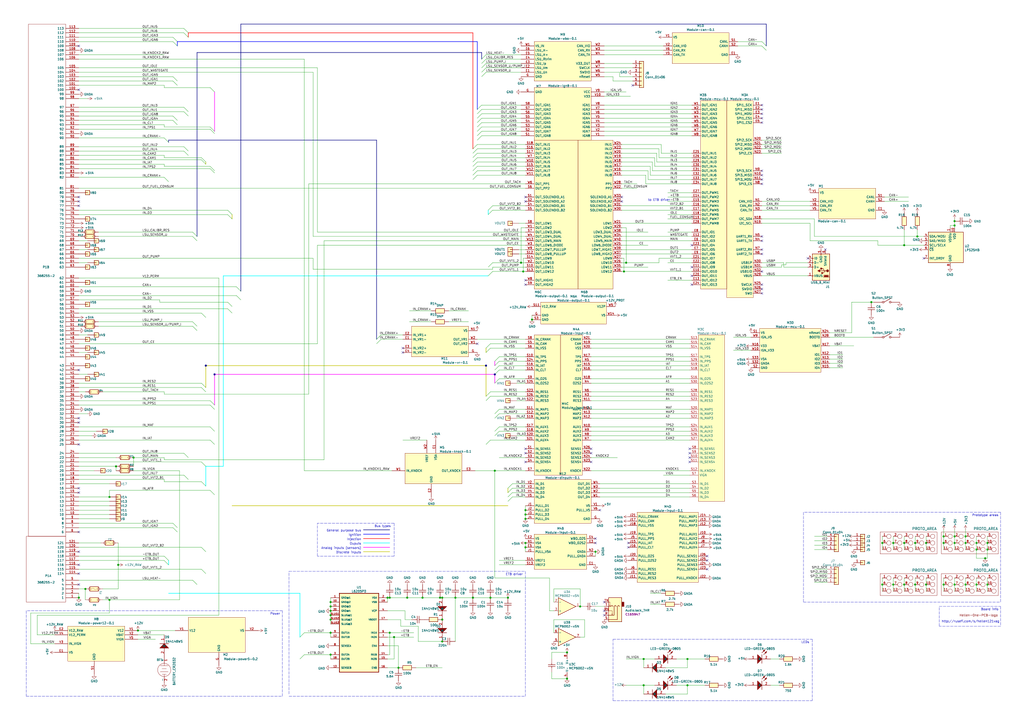
<source format=kicad_sch>
(kicad_sch (version 20210406) (generator eeschema)
  (paper "A2")
  (title_block (title "Hellen121vag") (date "2021-05-18") (rev "b") (company "andreika @ rusEFI.com"))
  (junction (at 45.72 346.71) (diameter 1.016))
  (junction (at 49.53 341.63) (diameter 1.016))
  (junction (at 63.5 288.29) (diameter 1.016))
  (junction (at 63.5 347.98) (diameter 1.016))
  (junction (at 67.31 270.51) (diameter 1.016))
  (junction (at 68.58 327.66) (diameter 1.016))
  (junction (at 77.47 265.43) (diameter 1.016))
  (junction (at 80.01 365.76) (diameter 1.016))
  (junction (at 191.77 349.25) (diameter 1.016))
  (junction (at 191.77 351.79) (diameter 1.016))
  (junction (at 191.77 354.33) (diameter 1.016))
  (junction (at 191.77 356.87) (diameter 1.016))
  (junction (at 191.77 359.41) (diameter 1.016))
  (junction (at 191.77 367.03) (diameter 1.016))
  (junction (at 191.77 379.73) (diameter 1.016))
  (junction (at 224.79 346.71) (diameter 1.016))
  (junction (at 226.06 346.71) (diameter 1.016))
  (junction (at 226.06 367.03) (diameter 1.016))
  (junction (at 228.6 369.57) (diameter 1.016))
  (junction (at 231.14 387.35) (diameter 1.016))
  (junction (at 236.22 346.71) (diameter 1.016))
  (junction (at 245.11 346.71) (diameter 1.016))
  (junction (at 255.27 346.71) (diameter 1.016))
  (junction (at 256.54 346.71) (diameter 1.016))
  (junction (at 256.54 359.41) (diameter 1.016))
  (junction (at 256.54 372.11) (diameter 1.016))
  (junction (at 264.16 346.71) (diameter 1.016))
  (junction (at 274.32 346.71) (diameter 1.016))
  (junction (at 284.48 346.71) (diameter 1.016))
  (junction (at 287.02 273.05) (diameter 1.016))
  (junction (at 294.64 346.71) (diameter 1.016))
  (junction (at 302.26 152.4) (diameter 1.016))
  (junction (at 303.53 157.48) (diameter 1.016))
  (junction (at 304.8 295.91) (diameter 1.016))
  (junction (at 304.8 298.45) (diameter 1.016))
  (junction (at 304.8 300.99) (diameter 1.016))
  (junction (at 304.8 314.96) (diameter 1.016))
  (junction (at 304.8 317.5) (diameter 1.016))
  (junction (at 308.61 185.42) (diameter 1.016))
  (junction (at 328.93 378.46) (diameter 1.016))
  (junction (at 328.93 393.7) (diameter 1.016))
  (junction (at 336.55 351.79) (diameter 1.016))
  (junction (at 345.44 320.04) (diameter 1.016))
  (junction (at 361.95 157.48) (diameter 1.016))
  (junction (at 363.22 152.4) (diameter 1.016))
  (junction (at 373.38 382.27) (diameter 1.016))
  (junction (at 373.38 397.51) (diameter 1.016))
  (junction (at 398.78 382.27) (diameter 1.016))
  (junction (at 398.78 397.51) (diameter 1.016))
  (junction (at 505.46 175.26) (diameter 1.016))
  (junction (at 511.81 314.96) (diameter 1.016))
  (junction (at 511.81 339.09) (diameter 1.016))
  (junction (at 518.16 314.96) (diameter 1.016))
  (junction (at 518.16 339.09) (diameter 1.016))
  (junction (at 524.51 142.24) (diameter 1.016))
  (junction (at 524.51 314.96) (diameter 1.016))
  (junction (at 524.51 339.09) (diameter 1.016))
  (junction (at 530.86 314.96) (diameter 1.016))
  (junction (at 530.86 339.09) (diameter 1.016))
  (junction (at 532.13 137.16) (diameter 1.016))
  (junction (at 537.21 314.96) (diameter 1.016))
  (junction (at 537.21 339.09) (diameter 1.016))
  (junction (at 547.37 311.15) (diameter 1.016))
  (junction (at 547.37 314.96) (diameter 1.016))
  (junction (at 547.37 339.09) (diameter 1.016))
  (junction (at 553.72 128.27) (diameter 1.016))
  (junction (at 553.72 130.81) (diameter 1.016))
  (junction (at 553.72 311.15) (diameter 1.016))
  (junction (at 553.72 314.96) (diameter 1.016))
  (junction (at 553.72 339.09) (diameter 1.016))
  (junction (at 560.07 311.15) (diameter 1.016))
  (junction (at 560.07 314.96) (diameter 1.016))
  (junction (at 560.07 339.09) (diameter 1.016))
  (junction (at 566.42 314.96) (diameter 1.016))
  (junction (at 566.42 318.77) (diameter 1.016))
  (junction (at 566.42 339.09) (diameter 1.016))
  (junction (at 571.5 323.85) (diameter 1.016))
  (junction (at 572.77 314.96) (diameter 1.016))
  (junction (at 572.77 318.77) (diameter 1.016))
  (junction (at 572.77 339.09) (diameter 1.016))
  (junction (at 119.38 212.09) (diameter 1.016))
  (junction (at 124.46 217.17) (diameter 1.016))
  (junction (at 281.94 212.09) (diameter 1.016))
  (junction (at 287.02 217.17) (diameter 1.016))
  (no_connect (at 45.72 26.67))
  (no_connect (at 45.72 52.07))
  (no_connect (at 45.72 114.3))
  (no_connect (at 45.72 116.84))
  (no_connect (at 45.72 119.38))
  (no_connect (at 45.72 214.63))
  (no_connect (at 45.72 242.57))
  (no_connect (at 45.72 245.11))
  (no_connect (at 45.72 257.81))
  (no_connect (at 45.72 283.21))
  (no_connect (at 45.72 285.75))
  (no_connect (at 45.72 308.61))
  (no_connect (at 45.72 320.04))
  (no_connect (at 45.72 327.66))
  (no_connect (at 45.72 332.74))
  (no_connect (at 45.72 339.09))
  (no_connect (at 233.68 201.93))
  (no_connect (at 233.68 204.47))
  (no_connect (at 276.86 199.39))
  (no_connect (at 304.8 114.3))
  (no_connect (at 304.8 116.84))
  (no_connect (at 304.8 162.56))
  (no_connect (at 304.8 165.1))
  (no_connect (at 304.8 260.35))
  (no_connect (at 304.8 262.89))
  (no_connect (at 304.8 267.97))
  (no_connect (at 342.9 260.35))
  (no_connect (at 342.9 262.89))
  (no_connect (at 342.9 267.97))
  (no_connect (at 345.44 312.42))
  (no_connect (at 345.44 314.96))
  (no_connect (at 347.98 295.91))
  (no_connect (at 350.52 349.25))
  (no_connect (at 350.52 354.33))
  (no_connect (at 350.52 356.87))
  (no_connect (at 360.68 114.3))
  (no_connect (at 360.68 116.84))
  (no_connect (at 364.49 314.96))
  (no_connect (at 364.49 317.5))
  (no_connect (at 367.03 49.53))
  (no_connect (at 400.05 260.35))
  (no_connect (at 400.05 262.89))
  (no_connect (at 400.05 265.43))
  (no_connect (at 400.05 267.97))
  (no_connect (at 401.32 142.24))
  (no_connect (at 401.32 154.94))
  (no_connect (at 401.32 160.02))
  (no_connect (at 401.32 165.1))
  (no_connect (at 410.21 322.58))
  (no_connect (at 410.21 325.12))
  (no_connect (at 410.21 330.2))
  (no_connect (at 441.96 60.96))
  (no_connect (at 441.96 63.5))
  (no_connect (at 441.96 66.04))
  (no_connect (at 441.96 68.58))
  (no_connect (at 441.96 71.12))
  (no_connect (at 441.96 99.06))
  (no_connect (at 441.96 101.6))
  (no_connect (at 441.96 104.14))
  (no_connect (at 441.96 106.68))
  (no_connect (at 441.96 137.16))
  (no_connect (at 441.96 139.7))
  (no_connect (at 441.96 144.78))
  (no_connect (at 441.96 147.32))
  (no_connect (at 441.96 157.48))
  (no_connect (at 441.96 165.1))
  (no_connect (at 441.96 167.64))
  (no_connect (at 441.96 170.18))
  (no_connect (at 468.63 149.86))
  (no_connect (at 478.79 144.78))
  (no_connect (at 535.94 149.86))
  (bus_entry (at 95.25 80.01) (size 2.54 2.54) (stroke (width 0.1524)))
  (bus_entry (at 95.25 102.87) (size 2.54 2.54) (stroke (width 0.1524)))
  (bus_entry (at 95.25 322.58) (size 2.54 2.54) (stroke (width 0.1524)))
  (bus_entry (at 95.25 325.12) (size 2.54 2.54) (stroke (width 0.1524)))
  (bus_entry (at 100.33 21.59) (size 2.54 2.54) (stroke (width 0.1524)))
  (bus_entry (at 100.33 24.13) (size 2.54 2.54) (stroke (width 0.1524)))
  (bus_entry (at 100.33 44.45) (size 2.54 2.54) (stroke (width 0.1524)))
  (bus_entry (at 100.33 46.99) (size 2.54 2.54) (stroke (width 0.1524)))
  (bus_entry (at 100.33 67.31) (size 2.54 2.54) (stroke (width 0.1524)))
  (bus_entry (at 100.33 69.85) (size 2.54 2.54) (stroke (width 0.1524)))
  (bus_entry (at 100.33 303.53) (size 2.54 2.54) (stroke (width 0.1524)))
  (bus_entry (at 100.33 306.07) (size 2.54 2.54) (stroke (width 0.1524)))
  (bus_entry (at 106.68 16.51) (size 2.54 2.54) (stroke (width 0.1524)))
  (bus_entry (at 106.68 19.05) (size 2.54 2.54) (stroke (width 0.1524)))
  (bus_entry (at 106.68 62.23) (size 2.54 2.54) (stroke (width 0.1524)))
  (bus_entry (at 106.68 64.77) (size 2.54 2.54) (stroke (width 0.1524)))
  (bus_entry (at 106.68 85.09) (size 2.54 2.54) (stroke (width 0.1524)))
  (bus_entry (at 106.68 87.63) (size 2.54 2.54) (stroke (width 0.1524)))
  (bus_entry (at 106.68 262.89) (size 2.54 2.54) (stroke (width 0.1524)))
  (bus_entry (at 106.68 275.59) (size 2.54 2.54) (stroke (width 0.1524)))
  (bus_entry (at 111.76 134.62) (size 2.54 2.54) (stroke (width 0.1524)))
  (bus_entry (at 111.76 137.16) (size 2.54 2.54) (stroke (width 0.1524)))
  (bus_entry (at 111.76 186.69) (size 2.54 2.54) (stroke (width 0.1524)))
  (bus_entry (at 111.76 189.23) (size 2.54 2.54) (stroke (width 0.1524)))
  (bus_entry (at 111.76 336.55) (size 2.54 2.54) (stroke (width 0.1524)))
  (bus_entry (at 116.84 91.44) (size 2.54 2.54) (stroke (width 0.1524)))
  (bus_entry (at 116.84 92.71) (size 2.54 2.54) (stroke (width 0.1524)))
  (bus_entry (at 116.84 181.61) (size 2.54 2.54) (stroke (width 0.1524)))
  (bus_entry (at 116.84 222.25) (size 2.54 2.54) (stroke (width 0.1524)))
  (bus_entry (at 116.84 224.79) (size 2.54 2.54) (stroke (width 0.1524)))
  (bus_entry (at 116.84 267.97) (size 2.54 2.54) (stroke (width 0.1524)))
  (bus_entry (at 116.84 279.4) (size 2.54 2.54) (stroke (width 0.1524)))
  (bus_entry (at 116.84 317.5) (size 2.54 2.54) (stroke (width 0.1524)))
  (bus_entry (at 116.84 330.2) (size 2.54 2.54) (stroke (width 0.1524)))
  (bus_entry (at 121.92 50.8) (size 2.54 2.54) (stroke (width 0.1524)))
  (bus_entry (at 121.92 73.66) (size 2.54 2.54) (stroke (width 0.1524)))
  (bus_entry (at 121.92 74.93) (size 2.54 2.54) (stroke (width 0.1524)))
  (bus_entry (at 121.92 96.52) (size 2.54 2.54) (stroke (width 0.1524)))
  (bus_entry (at 121.92 97.79) (size 2.54 2.54) (stroke (width 0.1524)))
  (bus_entry (at 121.92 232.41) (size 2.54 2.54) (stroke (width 0.1524)))
  (bus_entry (at 121.92 234.95) (size 2.54 2.54) (stroke (width 0.1524)))
  (bus_entry (at 121.92 247.65) (size 2.54 2.54) (stroke (width 0.1524)))
  (bus_entry (at 121.92 255.27) (size 2.54 2.54) (stroke (width 0.1524)))
  (bus_entry (at 121.92 284.48) (size 2.54 2.54) (stroke (width 0.1524)))
  (bus_entry (at 132.08 121.92) (size 2.54 2.54) (stroke (width 0.1524)))
  (bus_entry (at 132.08 124.46) (size 2.54 2.54) (stroke (width 0.1524)))
  (bus_entry (at 132.08 175.26) (size 2.54 2.54) (stroke (width 0.1524)))
  (bus_entry (at 132.08 179.07) (size 2.54 2.54) (stroke (width 0.1524)))
  (bus_entry (at 137.16 166.37) (size 2.54 2.54) (stroke (width 0.1524)))
  (bus_entry (at 137.16 171.45) (size 2.54 2.54) (stroke (width 0.1524)))
  (bus_entry (at 176.53 367.03) (size -2.54 2.54) (stroke (width 0.1524)))
  (bus_entry (at 176.53 379.73) (size -2.54 2.54) (stroke (width 0.1524)))
  (bus_entry (at 220.98 194.31) (size -2.54 2.54) (stroke (width 0.1524)))
  (bus_entry (at 220.98 196.85) (size -2.54 2.54) (stroke (width 0.1524)))
  (bus_entry (at 276.86 83.82) (size -2.54 2.54) (stroke (width 0.1524)))
  (bus_entry (at 276.86 86.36) (size -2.54 2.54) (stroke (width 0.1524)))
  (bus_entry (at 276.86 88.9) (size -2.54 2.54) (stroke (width 0.1524)))
  (bus_entry (at 276.86 91.44) (size -2.54 2.54) (stroke (width 0.1524)))
  (bus_entry (at 276.86 93.98) (size -2.54 2.54) (stroke (width 0.1524)))
  (bus_entry (at 276.86 96.52) (size -2.54 2.54) (stroke (width 0.1524)))
  (bus_entry (at 276.86 99.06) (size -2.54 2.54) (stroke (width 0.1524)))
  (bus_entry (at 276.86 101.6) (size -2.54 2.54) (stroke (width 0.1524)))
  (bus_entry (at 279.4 60.96) (size -2.54 2.54) (stroke (width 0.1524)))
  (bus_entry (at 279.4 63.5) (size -2.54 2.54) (stroke (width 0.1524)))
  (bus_entry (at 279.4 66.04) (size -2.54 2.54) (stroke (width 0.1524)))
  (bus_entry (at 279.4 68.58) (size -2.54 2.54) (stroke (width 0.1524)))
  (bus_entry (at 279.4 71.12) (size -2.54 2.54) (stroke (width 0.1524)))
  (bus_entry (at 279.4 73.66) (size -2.54 2.54) (stroke (width 0.1524)))
  (bus_entry (at 279.4 76.2) (size -2.54 2.54) (stroke (width 0.1524)))
  (bus_entry (at 279.4 78.74) (size -2.54 2.54) (stroke (width 0.1524)))
  (bus_entry (at 281.94 31.75) (size -2.54 2.54) (stroke (width 0.1524)))
  (bus_entry (at 281.94 34.29) (size -2.54 2.54) (stroke (width 0.1524)))
  (bus_entry (at 281.94 36.83) (size -2.54 2.54) (stroke (width 0.1524)))
  (bus_entry (at 281.94 39.37) (size -2.54 2.54) (stroke (width 0.1524)))
  (bus_entry (at 281.94 41.91) (size -2.54 2.54) (stroke (width 0.1524)))
  (bus_entry (at 284.48 199.39) (size -2.54 2.54) (stroke (width 0.1524)))
  (bus_entry (at 284.48 201.93) (size -2.54 2.54) (stroke (width 0.1524)))
  (bus_entry (at 284.48 227.33) (size -2.54 2.54) (stroke (width 0.1524)))
  (bus_entry (at 284.48 229.87) (size -2.54 2.54) (stroke (width 0.1524)))
  (bus_entry (at 284.48 255.27) (size -2.54 2.54) (stroke (width 0.1524)))
  (bus_entry (at 285.75 119.38) (size -2.54 2.54) (stroke (width 0.1524)))
  (bus_entry (at 285.75 121.92) (size -2.54 2.54) (stroke (width 0.1524)))
  (bus_entry (at 285.75 152.4) (size -2.54 2.54) (stroke (width 0.1524)))
  (bus_entry (at 285.75 157.48) (size -2.54 2.54) (stroke (width 0.1524)))
  (bus_entry (at 289.56 207.01) (size -2.54 2.54) (stroke (width 0.1524)))
  (bus_entry (at 289.56 209.55) (size -2.54 2.54) (stroke (width 0.1524)))
  (bus_entry (at 289.56 212.09) (size -2.54 2.54) (stroke (width 0.1524)))
  (bus_entry (at 289.56 214.63) (size -2.54 2.54) (stroke (width 0.1524)))
  (bus_entry (at 289.56 219.71) (size -2.54 2.54) (stroke (width 0.1524)))
  (bus_entry (at 289.56 237.49) (size -2.54 2.54) (stroke (width 0.1524)))
  (bus_entry (at 289.56 240.03) (size -2.54 2.54) (stroke (width 0.1524)))
  (bus_entry (at 289.56 247.65) (size -2.54 2.54) (stroke (width 0.1524)))
  (bus_entry (at 289.56 250.19) (size -2.54 2.54) (stroke (width 0.1524)))
  (bus_entry (at 297.18 280.67) (size -2.54 2.54) (stroke (width 0.1524)))
  (bus_entry (at 297.18 283.21) (size -2.54 2.54) (stroke (width 0.1524)))
  (bus_entry (at 297.18 285.75) (size -2.54 2.54) (stroke (width 0.1524)))
  (bus_entry (at 297.18 288.29) (size -2.54 2.54) (stroke (width 0.1524)))
  (bus_entry (at 441.96 24.13) (size 2.54 2.54) (stroke (width 0.1524)))
  (bus_entry (at 441.96 26.67) (size 2.54 2.54) (stroke (width 0.1524)))
  (wire (pts (xy 17.78 355.6) (xy 63.5 355.6)))
  (wire (pts (xy 17.78 373.38) (xy 17.78 355.6)))
  (wire (pts (xy 17.78 373.38) (xy 31.75 373.38)))
  (wire (pts (xy 21.59 356.87) (xy 21.59 368.3)))
  (wire (pts (xy 21.59 356.87) (xy 127 356.87)))
  (wire (pts (xy 21.59 368.3) (xy 31.75 368.3)))
  (wire (pts (xy 45.72 16.51) (xy 106.68 16.51)))
  (wire (pts (xy 45.72 19.05) (xy 106.68 19.05)))
  (wire (pts (xy 45.72 21.59) (xy 100.33 21.59)))
  (wire (pts (xy 45.72 24.13) (xy 100.33 24.13)))
  (wire (pts (xy 45.72 31.75) (xy 95.25 31.75)))
  (wire (pts (xy 45.72 34.29) (xy 176.53 34.29)))
  (wire (pts (xy 45.72 39.37) (xy 184.15 39.37)))
  (wire (pts (xy 45.72 41.91) (xy 181.61 41.91)))
  (wire (pts (xy 45.72 44.45) (xy 100.33 44.45)))
  (wire (pts (xy 45.72 46.99) (xy 100.33 46.99)))
  (wire (pts (xy 45.72 49.53) (xy 95.25 49.53)))
  (wire (pts (xy 45.72 62.23) (xy 106.68 62.23)))
  (wire (pts (xy 45.72 64.77) (xy 106.68 64.77)))
  (wire (pts (xy 45.72 67.31) (xy 100.33 67.31)))
  (wire (pts (xy 45.72 69.85) (xy 100.33 69.85)))
  (wire (pts (xy 45.72 72.39) (xy 95.25 72.39)))
  (wire (pts (xy 45.72 74.93) (xy 121.92 74.93)))
  (wire (pts (xy 45.72 80.01) (xy 95.25 80.01)))
  (wire (pts (xy 45.72 85.09) (xy 106.68 85.09)))
  (wire (pts (xy 45.72 87.63) (xy 106.68 87.63)))
  (wire (pts (xy 45.72 90.17) (xy 95.25 90.17)))
  (wire (pts (xy 45.72 92.71) (xy 116.84 92.71)))
  (wire (pts (xy 45.72 95.25) (xy 95.25 95.25)))
  (wire (pts (xy 45.72 97.79) (xy 121.92 97.79)))
  (wire (pts (xy 45.72 102.87) (xy 95.25 102.87)))
  (wire (pts (xy 45.72 109.22) (xy 304.8 109.22)))
  (wire (pts (xy 45.72 121.92) (xy 132.08 121.92)))
  (wire (pts (xy 45.72 124.46) (xy 132.08 124.46)))
  (wire (pts (xy 45.72 149.86) (xy 181.61 149.86)))
  (wire (pts (xy 45.72 161.29) (xy 127 161.29)))
  (wire (pts (xy 45.72 166.37) (xy 137.16 166.37)))
  (wire (pts (xy 45.72 171.45) (xy 137.16 171.45)))
  (wire (pts (xy 45.72 173.99) (xy 92.71 173.99)))
  (wire (pts (xy 45.72 179.07) (xy 132.08 179.07)))
  (wire (pts (xy 45.72 181.61) (xy 116.84 181.61)))
  (wire (pts (xy 45.72 199.39) (xy 184.15 199.39)))
  (wire (pts (xy 45.72 222.25) (xy 116.84 222.25)))
  (wire (pts (xy 45.72 224.79) (xy 116.84 224.79)))
  (wire (pts (xy 45.72 232.41) (xy 121.92 232.41)))
  (wire (pts (xy 45.72 234.95) (xy 121.92 234.95)))
  (wire (pts (xy 45.72 247.65) (xy 121.92 247.65)))
  (wire (pts (xy 45.72 255.27) (xy 121.92 255.27)))
  (wire (pts (xy 45.72 262.89) (xy 106.68 262.89)))
  (wire (pts (xy 45.72 267.97) (xy 116.84 267.97)))
  (wire (pts (xy 45.72 275.59) (xy 106.68 275.59)))
  (wire (pts (xy 45.72 278.13) (xy 95.25 278.13)))
  (wire (pts (xy 45.72 288.29) (xy 63.5 288.29)))
  (wire (pts (xy 45.72 303.53) (xy 100.33 303.53)))
  (wire (pts (xy 45.72 306.07) (xy 100.33 306.07)))
  (wire (pts (xy 45.72 317.5) (xy 116.84 317.5)))
  (wire (pts (xy 45.72 322.58) (xy 95.25 322.58)))
  (wire (pts (xy 45.72 325.12) (xy 95.25 325.12)))
  (wire (pts (xy 45.72 330.2) (xy 116.84 330.2)))
  (wire (pts (xy 45.72 336.55) (xy 111.76 336.55)))
  (wire (pts (xy 45.72 346.71) (xy 45.72 344.17)))
  (wire (pts (xy 46.99 134.62) (xy 45.72 134.62)))
  (wire (pts (xy 46.99 137.16) (xy 45.72 137.16)))
  (wire (pts (xy 46.99 186.69) (xy 45.72 186.69)))
  (wire (pts (xy 46.99 189.23) (xy 45.72 189.23)))
  (wire (pts (xy 49.53 227.33) (xy 45.72 227.33)))
  (wire (pts (xy 49.53 341.63) (xy 45.72 341.63)))
  (wire (pts (xy 49.53 341.63) (xy 49.53 347.98)))
  (wire (pts (xy 50.8 57.15) (xy 45.72 57.15)))
  (wire (pts (xy 50.8 139.7) (xy 45.72 139.7)))
  (wire (pts (xy 50.8 144.78) (xy 45.72 144.78)))
  (wire (pts (xy 50.8 152.4) (xy 45.72 152.4)))
  (wire (pts (xy 50.8 194.31) (xy 45.72 194.31)))
  (wire (pts (xy 50.8 204.47) (xy 45.72 204.47)))
  (wire (pts (xy 50.8 217.17) (xy 45.72 217.17)))
  (wire (pts (xy 50.8 240.03) (xy 45.72 240.03)))
  (wire (pts (xy 53.34 252.73) (xy 45.72 252.73)))
  (wire (pts (xy 54.61 273.05) (xy 45.72 273.05)))
  (wire (pts (xy 55.88 250.19) (xy 45.72 250.19)))
  (wire (pts (xy 57.15 134.62) (xy 111.76 134.62)))
  (wire (pts (xy 57.15 137.16) (xy 111.76 137.16)))
  (wire (pts (xy 57.15 186.69) (xy 111.76 186.69)))
  (wire (pts (xy 57.15 189.23) (xy 111.76 189.23)))
  (wire (pts (xy 58.42 314.96) (xy 45.72 314.96)))
  (wire (pts (xy 59.69 227.33) (xy 95.25 227.33)))
  (wire (pts (xy 59.69 341.63) (xy 68.58 341.63)))
  (wire (pts (xy 63.5 280.67) (xy 45.72 280.67)))
  (wire (pts (xy 63.5 284.48) (xy 121.92 284.48)))
  (wire (pts (xy 63.5 288.29) (xy 63.5 284.48)))
  (wire (pts (xy 63.5 290.83) (xy 45.72 290.83)))
  (wire (pts (xy 63.5 293.37) (xy 45.72 293.37)))
  (wire (pts (xy 63.5 295.91) (xy 45.72 295.91)))
  (wire (pts (xy 63.5 298.45) (xy 45.72 298.45)))
  (wire (pts (xy 63.5 300.99) (xy 45.72 300.99)))
  (wire (pts (xy 63.5 347.98) (xy 59.69 347.98)))
  (wire (pts (xy 63.5 355.6) (xy 63.5 347.98)))
  (wire (pts (xy 67.31 265.43) (xy 45.72 265.43)))
  (wire (pts (xy 67.31 270.51) (xy 45.72 270.51)))
  (wire (pts (xy 67.31 273.05) (xy 67.31 270.51)))
  (wire (pts (xy 68.58 327.66) (xy 68.58 314.96)))
  (wire (pts (xy 68.58 341.63) (xy 68.58 327.66)))
  (wire (pts (xy 77.47 265.43) (xy 95.25 265.43)))
  (wire (pts (xy 77.47 270.51) (xy 77.47 265.43)))
  (wire (pts (xy 77.47 273.05) (xy 104.14 273.05)))
  (wire (pts (xy 80.01 365.76) (xy 101.6 365.76)))
  (wire (pts (xy 80.01 368.3) (xy 95.25 368.3)))
  (wire (pts (xy 80.01 370.84) (xy 90.17 370.84)))
  (wire (pts (xy 92.71 173.99) (xy 92.71 175.26)))
  (wire (pts (xy 92.71 175.26) (xy 132.08 175.26)))
  (wire (pts (xy 95.25 49.53) (xy 95.25 50.8)))
  (wire (pts (xy 95.25 50.8) (xy 121.92 50.8)))
  (wire (pts (xy 95.25 72.39) (xy 95.25 73.66)))
  (wire (pts (xy 95.25 73.66) (xy 121.92 73.66)))
  (wire (pts (xy 95.25 90.17) (xy 95.25 91.44)))
  (wire (pts (xy 95.25 91.44) (xy 116.84 91.44)))
  (wire (pts (xy 95.25 95.25) (xy 95.25 96.52)))
  (wire (pts (xy 95.25 96.52) (xy 121.92 96.52)))
  (wire (pts (xy 95.25 228.6) (xy 95.25 227.33)))
  (wire (pts (xy 95.25 265.43) (xy 95.25 266.7)))
  (wire (pts (xy 95.25 266.7) (xy 187.96 266.7)))
  (wire (pts (xy 95.25 278.13) (xy 95.25 279.4)))
  (wire (pts (xy 95.25 279.4) (xy 116.84 279.4)))
  (wire (pts (xy 104.14 273.05) (xy 104.14 347.98)))
  (wire (pts (xy 104.14 347.98) (xy 63.5 347.98)))
  (wire (pts (xy 127 356.87) (xy 127 161.29)))
  (wire (pts (xy 176.53 273.05) (xy 176.53 34.29)))
  (wire (pts (xy 176.53 273.05) (xy 227.33 273.05)))
  (wire (pts (xy 179.07 106.68) (xy 179.07 228.6)))
  (wire (pts (xy 179.07 106.68) (xy 304.8 106.68)))
  (wire (pts (xy 179.07 228.6) (xy 95.25 228.6)))
  (wire (pts (xy 181.61 41.91) (xy 181.61 137.16)))
  (wire (pts (xy 181.61 137.16) (xy 304.8 137.16)))
  (wire (pts (xy 181.61 156.21) (xy 181.61 149.86)))
  (wire (pts (xy 184.15 134.62) (xy 184.15 39.37)))
  (wire (pts (xy 184.15 134.62) (xy 304.8 134.62)))
  (wire (pts (xy 184.15 142.24) (xy 184.15 199.39)))
  (wire (pts (xy 184.15 142.24) (xy 304.8 142.24)))
  (wire (pts (xy 187.96 139.7) (xy 304.8 139.7)))
  (wire (pts (xy 187.96 266.7) (xy 187.96 139.7)))
  (wire (pts (xy 191.77 346.71) (xy 191.77 349.25)))
  (wire (pts (xy 191.77 349.25) (xy 191.77 351.79)))
  (wire (pts (xy 191.77 351.79) (xy 191.77 354.33)))
  (wire (pts (xy 191.77 354.33) (xy 191.77 356.87)))
  (wire (pts (xy 191.77 356.87) (xy 191.77 359.41)))
  (wire (pts (xy 191.77 359.41) (xy 191.77 361.95)))
  (wire (pts (xy 191.77 367.03) (xy 176.53 367.03)))
  (wire (pts (xy 191.77 367.03) (xy 191.77 369.57)))
  (wire (pts (xy 191.77 379.73) (xy 176.53 379.73)))
  (wire (pts (xy 191.77 379.73) (xy 191.77 382.27)))
  (wire (pts (xy 220.98 194.31) (xy 233.68 194.31)))
  (wire (pts (xy 220.98 196.85) (xy 233.68 196.85)))
  (wire (pts (xy 224.79 349.25) (xy 224.79 346.71)))
  (wire (pts (xy 224.79 379.73) (xy 226.06 379.73)))
  (wire (pts (xy 224.79 382.27) (xy 228.6 382.27)))
  (wire (pts (xy 224.79 387.35) (xy 231.14 387.35)))
  (wire (pts (xy 226.06 346.71) (xy 224.79 346.71)))
  (wire (pts (xy 226.06 367.03) (xy 224.79 367.03)))
  (wire (pts (xy 226.06 379.73) (xy 226.06 367.03)))
  (wire (pts (xy 228.6 369.57) (xy 224.79 369.57)))
  (wire (pts (xy 228.6 382.27) (xy 228.6 369.57)))
  (wire (pts (xy 231.14 374.65) (xy 224.79 374.65)))
  (wire (pts (xy 231.14 387.35) (xy 231.14 374.65)))
  (wire (pts (xy 232.41 359.41) (xy 224.79 359.41)))
  (wire (pts (xy 232.41 363.22) (xy 232.41 359.41)))
  (wire (pts (xy 233.68 255.27) (xy 247.65 255.27)))
  (wire (pts (xy 234.95 354.33) (xy 224.79 354.33)))
  (wire (pts (xy 234.95 359.41) (xy 234.95 354.33)))
  (wire (pts (xy 236.22 346.71) (xy 226.06 346.71)))
  (wire (pts (xy 237.49 180.34) (xy 250.19 180.34)))
  (wire (pts (xy 237.49 186.69) (xy 250.19 186.69)))
  (wire (pts (xy 238.76 359.41) (xy 234.95 359.41)))
  (wire (pts (xy 240.03 367.03) (xy 226.06 367.03)))
  (wire (pts (xy 240.03 369.57) (xy 228.6 369.57)))
  (wire (pts (xy 242.57 363.22) (xy 232.41 363.22)))
  (wire (pts (xy 242.57 372.11) (xy 242.57 363.22)))
  (wire (pts (xy 245.11 346.71) (xy 236.22 346.71)))
  (wire (pts (xy 255.27 346.71) (xy 245.11 346.71)))
  (wire (pts (xy 256.54 346.71) (xy 255.27 346.71)))
  (wire (pts (xy 256.54 372.11) (xy 242.57 372.11)))
  (wire (pts (xy 256.54 387.35) (xy 241.3 387.35)))
  (wire (pts (xy 260.35 180.34) (xy 271.78 180.34)))
  (wire (pts (xy 260.35 186.69) (xy 271.78 186.69)))
  (wire (pts (xy 264.16 346.71) (xy 256.54 346.71)))
  (wire (pts (xy 264.16 346.71) (xy 264.16 372.11)))
  (wire (pts (xy 264.16 346.71) (xy 274.32 346.71)))
  (wire (pts (xy 274.32 346.71) (xy 284.48 346.71)))
  (wire (pts (xy 275.59 273.05) (xy 287.02 273.05)))
  (wire (pts (xy 276.86 83.82) (xy 304.8 83.82)))
  (wire (pts (xy 276.86 86.36) (xy 304.8 86.36)))
  (wire (pts (xy 276.86 88.9) (xy 304.8 88.9)))
  (wire (pts (xy 276.86 91.44) (xy 304.8 91.44)))
  (wire (pts (xy 276.86 93.98) (xy 304.8 93.98)))
  (wire (pts (xy 276.86 96.52) (xy 304.8 96.52)))
  (wire (pts (xy 276.86 99.06) (xy 304.8 99.06)))
  (wire (pts (xy 276.86 101.6) (xy 304.8 101.6)))
  (wire (pts (xy 276.86 196.85) (xy 304.8 196.85)))
  (wire (pts (xy 279.4 60.96) (xy 302.26 60.96)))
  (wire (pts (xy 279.4 63.5) (xy 302.26 63.5)))
  (wire (pts (xy 279.4 66.04) (xy 302.26 66.04)))
  (wire (pts (xy 279.4 68.58) (xy 302.26 68.58)))
  (wire (pts (xy 279.4 71.12) (xy 302.26 71.12)))
  (wire (pts (xy 279.4 73.66) (xy 302.26 73.66)))
  (wire (pts (xy 279.4 76.2) (xy 302.26 76.2)))
  (wire (pts (xy 279.4 78.74) (xy 302.26 78.74)))
  (wire (pts (xy 281.94 31.75) (xy 302.26 31.75)))
  (wire (pts (xy 281.94 34.29) (xy 302.26 34.29)))
  (wire (pts (xy 281.94 36.83) (xy 302.26 36.83)))
  (wire (pts (xy 281.94 39.37) (xy 302.26 39.37)))
  (wire (pts (xy 281.94 41.91) (xy 302.26 41.91)))
  (wire (pts (xy 284.48 199.39) (xy 304.8 199.39)))
  (wire (pts (xy 284.48 201.93) (xy 304.8 201.93)))
  (wire (pts (xy 284.48 227.33) (xy 304.8 227.33)))
  (wire (pts (xy 284.48 229.87) (xy 304.8 229.87)))
  (wire (pts (xy 284.48 346.71) (xy 294.64 346.71)))
  (wire (pts (xy 285.75 154.94) (xy 285.75 156.21)))
  (wire (pts (xy 285.75 156.21) (xy 181.61 156.21)))
  (wire (pts (xy 287.02 273.05) (xy 304.8 273.05)))
  (wire (pts (xy 287.02 335.28) (xy 287.02 273.05)))
  (wire (pts (xy 289.56 207.01) (xy 304.8 207.01)))
  (wire (pts (xy 289.56 209.55) (xy 304.8 209.55)))
  (wire (pts (xy 289.56 212.09) (xy 304.8 212.09)))
  (wire (pts (xy 289.56 214.63) (xy 304.8 214.63)))
  (wire (pts (xy 289.56 219.71) (xy 304.8 219.71)))
  (wire (pts (xy 289.56 325.12) (xy 304.8 325.12)))
  (wire (pts (xy 289.56 327.66) (xy 304.8 327.66)))
  (wire (pts (xy 297.18 280.67) (xy 304.8 280.67)))
  (wire (pts (xy 297.18 283.21) (xy 304.8 283.21)))
  (wire (pts (xy 297.18 285.75) (xy 304.8 285.75)))
  (wire (pts (xy 297.18 288.29) (xy 304.8 288.29)))
  (wire (pts (xy 299.72 222.25) (xy 304.8 222.25)))
  (wire (pts (xy 299.72 232.41) (xy 304.8 232.41)))
  (wire (pts (xy 299.72 242.57) (xy 304.8 242.57)))
  (wire (pts (xy 299.72 252.73) (xy 304.8 252.73)))
  (wire (pts (xy 302.26 132.08) (xy 302.26 152.4)))
  (wire (pts (xy 302.26 132.08) (xy 304.8 132.08)))
  (wire (pts (xy 302.26 152.4) (xy 285.75 152.4)))
  (wire (pts (xy 303.53 149.86) (xy 304.8 149.86)))
  (wire (pts (xy 303.53 157.48) (xy 285.75 157.48)))
  (wire (pts (xy 303.53 157.48) (xy 303.53 149.86)))
  (wire (pts (xy 304.8 119.38) (xy 285.75 119.38)))
  (wire (pts (xy 304.8 121.92) (xy 285.75 121.92)))
  (wire (pts (xy 304.8 129.54) (xy 300.99 129.54)))
  (wire (pts (xy 304.8 144.78) (xy 300.99 144.78)))
  (wire (pts (xy 304.8 147.32) (xy 300.99 147.32)))
  (wire (pts (xy 304.8 152.4) (xy 302.26 152.4)))
  (wire (pts (xy 304.8 154.94) (xy 285.75 154.94)))
  (wire (pts (xy 304.8 157.48) (xy 303.53 157.48)))
  (wire (pts (xy 304.8 237.49) (xy 289.56 237.49)))
  (wire (pts (xy 304.8 240.03) (xy 289.56 240.03)))
  (wire (pts (xy 304.8 247.65) (xy 289.56 247.65)))
  (wire (pts (xy 304.8 250.19) (xy 289.56 250.19)))
  (wire (pts (xy 304.8 255.27) (xy 284.48 255.27)))
  (wire (pts (xy 304.8 265.43) (xy 289.56 265.43)))
  (wire (pts (xy 304.8 293.37) (xy 304.8 295.91)))
  (wire (pts (xy 304.8 295.91) (xy 304.8 298.45)))
  (wire (pts (xy 304.8 298.45) (xy 304.8 300.99)))
  (wire (pts (xy 304.8 314.96) (xy 304.8 317.5)))
  (wire (pts (xy 304.8 317.5) (xy 304.8 320.04)))
  (wire (pts (xy 308.61 182.88) (xy 308.61 185.42)))
  (wire (pts (xy 318.77 335.28) (xy 287.02 335.28)))
  (wire (pts (xy 318.77 335.28) (xy 318.77 354.33)))
  (wire (pts (xy 320.04 378.46) (xy 328.93 378.46)))
  (wire (pts (xy 320.04 382.27) (xy 320.04 378.46)))
  (wire (pts (xy 320.04 393.7) (xy 320.04 389.89)))
  (wire (pts (xy 321.31 341.63) (xy 321.31 349.25)))
  (wire (pts (xy 321.31 354.33) (xy 318.77 354.33)))
  (wire (pts (xy 321.31 359.41) (xy 339.09 359.41)))
  (wire (pts (xy 321.31 367.03) (xy 321.31 359.41)))
  (wire (pts (xy 328.93 393.7) (xy 320.04 393.7)))
  (wire (pts (xy 336.55 341.63) (xy 321.31 341.63)))
  (wire (pts (xy 336.55 351.79) (xy 336.55 341.63)))
  (wire (pts (xy 336.55 351.79) (xy 337.82 351.79)))
  (wire (pts (xy 339.09 359.41) (xy 339.09 369.57)))
  (wire (pts (xy 339.09 369.57) (xy 336.55 369.57)))
  (wire (pts (xy 342.9 196.85) (xy 400.05 196.85)))
  (wire (pts (xy 342.9 199.39) (xy 400.05 199.39)))
  (wire (pts (xy 342.9 201.93) (xy 400.05 201.93)))
  (wire (pts (xy 342.9 207.01) (xy 400.05 207.01)))
  (wire (pts (xy 342.9 209.55) (xy 400.05 209.55)))
  (wire (pts (xy 342.9 212.09) (xy 400.05 212.09)))
  (wire (pts (xy 342.9 214.63) (xy 400.05 214.63)))
  (wire (pts (xy 342.9 219.71) (xy 400.05 219.71)))
  (wire (pts (xy 342.9 222.25) (xy 400.05 222.25)))
  (wire (pts (xy 342.9 227.33) (xy 400.05 227.33)))
  (wire (pts (xy 342.9 229.87) (xy 400.05 229.87)))
  (wire (pts (xy 342.9 232.41) (xy 400.05 232.41)))
  (wire (pts (xy 342.9 237.49) (xy 400.05 237.49)))
  (wire (pts (xy 342.9 240.03) (xy 400.05 240.03)))
  (wire (pts (xy 342.9 242.57) (xy 400.05 242.57)))
  (wire (pts (xy 342.9 247.65) (xy 400.05 247.65)))
  (wire (pts (xy 342.9 250.19) (xy 400.05 250.19)))
  (wire (pts (xy 342.9 252.73) (xy 400.05 252.73)))
  (wire (pts (xy 342.9 255.27) (xy 400.05 255.27)))
  (wire (pts (xy 342.9 265.43) (xy 358.14 265.43)))
  (wire (pts (xy 342.9 273.05) (xy 400.05 273.05)))
  (wire (pts (xy 345.44 320.04) (xy 345.44 322.58)))
  (wire (pts (xy 345.44 351.79) (xy 350.52 351.79)))
  (wire (pts (xy 347.98 280.67) (xy 400.05 280.67)))
  (wire (pts (xy 347.98 283.21) (xy 400.05 283.21)))
  (wire (pts (xy 347.98 285.75) (xy 400.05 285.75)))
  (wire (pts (xy 347.98 288.29) (xy 400.05 288.29)))
  (wire (pts (xy 350.52 26.67) (xy 384.81 26.67)))
  (wire (pts (xy 350.52 36.83) (xy 367.03 36.83)))
  (wire (pts (xy 350.52 39.37) (xy 367.03 39.37)))
  (wire (pts (xy 350.52 41.91) (xy 359.41 41.91)))
  (wire (pts (xy 350.52 44.45) (xy 355.6 44.45)))
  (wire (pts (xy 350.52 53.34) (xy 363.22 53.34)))
  (wire (pts (xy 350.52 55.88) (xy 365.76 55.88)))
  (wire (pts (xy 350.52 60.96) (xy 401.32 60.96)))
  (wire (pts (xy 350.52 63.5) (xy 401.32 63.5)))
  (wire (pts (xy 350.52 66.04) (xy 401.32 66.04)))
  (wire (pts (xy 350.52 68.58) (xy 401.32 68.58)))
  (wire (pts (xy 350.52 71.12) (xy 401.32 71.12)))
  (wire (pts (xy 350.52 73.66) (xy 401.32 73.66)))
  (wire (pts (xy 350.52 76.2) (xy 401.32 76.2)))
  (wire (pts (xy 350.52 78.74) (xy 401.32 78.74)))
  (wire (pts (xy 355.6 44.45) (xy 355.6 46.99)))
  (wire (pts (xy 355.6 46.99) (xy 367.03 46.99)))
  (wire (pts (xy 359.41 41.91) (xy 359.41 44.45)))
  (wire (pts (xy 359.41 44.45) (xy 367.03 44.45)))
  (wire (pts (xy 360.68 83.82) (xy 383.54 83.82)))
  (wire (pts (xy 360.68 86.36) (xy 382.27 86.36)))
  (wire (pts (xy 360.68 88.9) (xy 381 88.9)))
  (wire (pts (xy 360.68 91.44) (xy 379.73 91.44)))
  (wire (pts (xy 360.68 93.98) (xy 378.46 93.98)))
  (wire (pts (xy 360.68 96.52) (xy 377.19 96.52)))
  (wire (pts (xy 360.68 99.06) (xy 375.92 99.06)))
  (wire (pts (xy 360.68 101.6) (xy 374.65 101.6)))
  (wire (pts (xy 360.68 106.68) (xy 369.57 106.68)))
  (wire (pts (xy 360.68 109.22) (xy 369.57 109.22)))
  (wire (pts (xy 360.68 119.38) (xy 401.32 119.38)))
  (wire (pts (xy 360.68 121.92) (xy 401.32 121.92)))
  (wire (pts (xy 360.68 129.54) (xy 401.32 129.54)))
  (wire (pts (xy 360.68 137.16) (xy 401.32 137.16)))
  (wire (pts (xy 360.68 139.7) (xy 401.32 139.7)))
  (wire (pts (xy 360.68 144.78) (xy 401.32 144.78)))
  (wire (pts (xy 360.68 147.32) (xy 401.32 147.32)))
  (wire (pts (xy 360.68 149.86) (xy 361.95 149.86)))
  (wire (pts (xy 360.68 152.4) (xy 363.22 152.4)))
  (wire (pts (xy 360.68 157.48) (xy 361.95 157.48)))
  (wire (pts (xy 361.95 149.86) (xy 361.95 157.48)))
  (wire (pts (xy 361.95 157.48) (xy 401.32 157.48)))
  (wire (pts (xy 363.22 132.08) (xy 360.68 132.08)))
  (wire (pts (xy 363.22 132.08) (xy 363.22 152.4)))
  (wire (pts (xy 363.22 152.4) (xy 382.27 152.4)))
  (wire (pts (xy 363.22 382.27) (xy 373.38 382.27)))
  (wire (pts (xy 363.22 397.51) (xy 373.38 397.51)))
  (wire (pts (xy 373.38 382.27) (xy 373.38 387.35)))
  (wire (pts (xy 373.38 397.51) (xy 373.38 402.59)))
  (wire (pts (xy 374.65 101.6) (xy 374.65 106.68)))
  (wire (pts (xy 374.65 106.68) (xy 401.32 106.68)))
  (wire (pts (xy 375.92 104.14) (xy 375.92 99.06)))
  (wire (pts (xy 375.92 134.62) (xy 360.68 134.62)))
  (wire (pts (xy 375.92 142.24) (xy 360.68 142.24)))
  (wire (pts (xy 375.92 154.94) (xy 360.68 154.94)))
  (wire (pts (xy 377.19 96.52) (xy 377.19 101.6)))
  (wire (pts (xy 377.19 101.6) (xy 401.32 101.6)))
  (wire (pts (xy 377.19 344.17) (xy 383.54 344.17)))
  (wire (pts (xy 377.19 350.52) (xy 383.54 350.52)))
  (wire (pts (xy 378.46 93.98) (xy 378.46 99.06)))
  (wire (pts (xy 378.46 99.06) (xy 401.32 99.06)))
  (wire (pts (xy 379.73 96.52) (xy 379.73 91.44)))
  (wire (pts (xy 379.73 382.27) (xy 373.38 382.27)))
  (wire (pts (xy 379.73 397.51) (xy 373.38 397.51)))
  (wire (pts (xy 381 88.9) (xy 381 93.98)))
  (wire (pts (xy 381 93.98) (xy 401.32 93.98)))
  (wire (pts (xy 382.27 91.44) (xy 382.27 86.36)))
  (wire (pts (xy 382.27 149.86) (xy 382.27 152.4)))
  (wire (pts (xy 382.27 149.86) (xy 401.32 149.86)))
  (wire (pts (xy 383.54 83.82) (xy 383.54 88.9)))
  (wire (pts (xy 383.54 88.9) (xy 401.32 88.9)))
  (wire (pts (xy 384.81 29.21) (xy 350.52 29.21)))
  (wire (pts (xy 384.81 31.75) (xy 350.52 31.75)))
  (wire (pts (xy 384.81 275.59) (xy 400.05 275.59)))
  (wire (pts (xy 386.08 387.35) (xy 398.78 387.35)))
  (wire (pts (xy 386.08 402.59) (xy 398.78 402.59)))
  (wire (pts (xy 387.35 111.76) (xy 401.32 111.76)))
  (wire (pts (xy 387.35 114.3) (xy 401.32 114.3)))
  (wire (pts (xy 387.35 116.84) (xy 401.32 116.84)))
  (wire (pts (xy 387.35 124.46) (xy 401.32 124.46)))
  (wire (pts (xy 387.35 127) (xy 401.32 127)))
  (wire (pts (xy 387.35 134.62) (xy 401.32 134.62)))
  (wire (pts (xy 387.35 152.4) (xy 401.32 152.4)))
  (wire (pts (xy 387.35 162.56) (xy 401.32 162.56)))
  (wire (pts (xy 398.78 382.27) (xy 392.43 382.27)))
  (wire (pts (xy 398.78 382.27) (xy 408.94 382.27)))
  (wire (pts (xy 398.78 387.35) (xy 398.78 382.27)))
  (wire (pts (xy 398.78 397.51) (xy 392.43 397.51)))
  (wire (pts (xy 398.78 397.51) (xy 408.94 397.51)))
  (wire (pts (xy 398.78 402.59) (xy 398.78 397.51)))
  (wire (pts (xy 401.32 91.44) (xy 382.27 91.44)))
  (wire (pts (xy 401.32 96.52) (xy 379.73 96.52)))
  (wire (pts (xy 401.32 104.14) (xy 375.92 104.14)))
  (wire (pts (xy 425.45 195.58) (xy 435.61 195.58)))
  (wire (pts (xy 425.45 203.2) (xy 435.61 203.2)))
  (wire (pts (xy 441.96 24.13) (xy 427.99 24.13)))
  (wire (pts (xy 441.96 26.67) (xy 427.99 26.67)))
  (wire (pts (xy 441.96 81.28) (xy 453.39 81.28)))
  (wire (pts (xy 441.96 83.82) (xy 453.39 83.82)))
  (wire (pts (xy 441.96 86.36) (xy 453.39 86.36)))
  (wire (pts (xy 441.96 88.9) (xy 453.39 88.9)))
  (wire (pts (xy 441.96 116.84) (xy 469.9 116.84)))
  (wire (pts (xy 441.96 119.38) (xy 469.9 119.38)))
  (wire (pts (xy 441.96 121.92) (xy 469.9 121.92)))
  (wire (pts (xy 441.96 152.4) (xy 454.66 152.4)))
  (wire (pts (xy 441.96 154.94) (xy 453.39 154.94)))
  (wire (pts (xy 441.96 160.02) (xy 468.63 160.02)))
  (wire (pts (xy 447.04 382.27) (xy 452.12 382.27)))
  (wire (pts (xy 447.04 397.51) (xy 452.12 397.51)))
  (wire (pts (xy 453.39 153.67) (xy 455.93 153.67)))
  (wire (pts (xy 453.39 154.94) (xy 453.39 153.67)))
  (wire (pts (xy 454.66 152.4) (xy 454.66 154.94)))
  (wire (pts (xy 454.66 154.94) (xy 468.63 154.94)))
  (wire (pts (xy 455.93 152.4) (xy 468.63 152.4)))
  (wire (pts (xy 455.93 153.67) (xy 455.93 152.4)))
  (wire (pts (xy 469.9 129.54) (xy 441.96 129.54)))
  (wire (pts (xy 469.9 139.7) (xy 469.9 129.54)))
  (wire (pts (xy 472.44 127) (xy 441.96 127)))
  (wire (pts (xy 472.44 137.16) (xy 472.44 127)))
  (wire (pts (xy 472.44 137.16) (xy 532.13 137.16)))
  (wire (pts (xy 480.06 311.15) (xy 472.44 311.15)))
  (wire (pts (xy 480.06 313.69) (xy 472.44 313.69)))
  (wire (pts (xy 480.06 316.23) (xy 472.44 316.23)))
  (wire (pts (xy 480.06 318.77) (xy 472.44 318.77)))
  (wire (pts (xy 480.06 330.2) (xy 472.44 330.2)))
  (wire (pts (xy 480.06 332.74) (xy 472.44 332.74)))
  (wire (pts (xy 480.06 335.28) (xy 472.44 335.28)))
  (wire (pts (xy 480.06 337.82) (xy 472.44 337.82)))
  (wire (pts (xy 481.33 193.04) (xy 494.03 193.04)))
  (wire (pts (xy 481.33 195.58) (xy 506.73 195.58)))
  (wire (pts (xy 481.33 200.66) (xy 495.3 200.66)))
  (wire (pts (xy 488.95 205.74) (xy 481.33 205.74)))
  (wire (pts (xy 488.95 208.28) (xy 481.33 208.28)))
  (wire (pts (xy 488.95 210.82) (xy 481.33 210.82)))
  (wire (pts (xy 488.95 213.36) (xy 481.33 213.36)))
  (wire (pts (xy 494.03 175.26) (xy 494.03 193.04)))
  (wire (pts (xy 494.03 175.26) (xy 505.46 175.26)))
  (wire (pts (xy 505.46 175.26) (xy 506.73 175.26)))
  (wire (pts (xy 509.27 139.7) (xy 469.9 139.7)))
  (wire (pts (xy 509.27 142.24) (xy 509.27 139.7)))
  (wire (pts (xy 511.81 311.15) (xy 511.81 314.96)))
  (wire (pts (xy 511.81 314.96) (xy 511.81 318.77)))
  (wire (pts (xy 511.81 335.28) (xy 511.81 339.09)))
  (wire (pts (xy 511.81 339.09) (xy 511.81 342.9)))
  (wire (pts (xy 513.08 114.3) (xy 527.05 114.3)))
  (wire (pts (xy 513.08 116.84) (xy 527.05 116.84)))
  (wire (pts (xy 518.16 311.15) (xy 518.16 314.96)))
  (wire (pts (xy 518.16 314.96) (xy 518.16 318.77)))
  (wire (pts (xy 518.16 335.28) (xy 518.16 339.09)))
  (wire (pts (xy 518.16 339.09) (xy 518.16 342.9)))
  (wire (pts (xy 524.51 133.35) (xy 524.51 142.24)))
  (wire (pts (xy 524.51 142.24) (xy 509.27 142.24)))
  (wire (pts (xy 524.51 311.15) (xy 524.51 314.96)))
  (wire (pts (xy 524.51 314.96) (xy 524.51 318.77)))
  (wire (pts (xy 524.51 335.28) (xy 524.51 339.09)))
  (wire (pts (xy 524.51 339.09) (xy 524.51 342.9)))
  (wire (pts (xy 530.86 311.15) (xy 530.86 314.96)))
  (wire (pts (xy 530.86 314.96) (xy 530.86 318.77)))
  (wire (pts (xy 530.86 335.28) (xy 530.86 339.09)))
  (wire (pts (xy 530.86 339.09) (xy 530.86 342.9)))
  (wire (pts (xy 532.13 133.35) (xy 532.13 137.16)))
  (wire (pts (xy 535.94 137.16) (xy 532.13 137.16)))
  (wire (pts (xy 535.94 142.24) (xy 524.51 142.24)))
  (wire (pts (xy 537.21 311.15) (xy 537.21 314.96)))
  (wire (pts (xy 537.21 314.96) (xy 537.21 318.77)))
  (wire (pts (xy 537.21 335.28) (xy 537.21 339.09)))
  (wire (pts (xy 537.21 339.09) (xy 537.21 342.9)))
  (wire (pts (xy 547.37 307.34) (xy 547.37 311.15)))
  (wire (pts (xy 547.37 311.15) (xy 547.37 314.96)))
  (wire (pts (xy 547.37 314.96) (xy 547.37 318.77)))
  (wire (pts (xy 547.37 335.28) (xy 547.37 339.09)))
  (wire (pts (xy 547.37 339.09) (xy 547.37 342.9)))
  (wire (pts (xy 551.18 130.81) (xy 553.72 130.81)))
  (wire (pts (xy 551.18 132.08) (xy 551.18 130.81)))
  (wire (pts (xy 553.72 127) (xy 553.72 128.27)))
  (wire (pts (xy 553.72 128.27) (xy 553.72 130.81)))
  (wire (pts (xy 553.72 130.81) (xy 553.72 132.08)))
  (wire (pts (xy 553.72 307.34) (xy 553.72 311.15)))
  (wire (pts (xy 553.72 311.15) (xy 553.72 314.96)))
  (wire (pts (xy 553.72 314.96) (xy 553.72 318.77)))
  (wire (pts (xy 553.72 335.28) (xy 553.72 339.09)))
  (wire (pts (xy 553.72 339.09) (xy 553.72 342.9)))
  (wire (pts (xy 560.07 307.34) (xy 560.07 311.15)))
  (wire (pts (xy 560.07 311.15) (xy 560.07 314.96)))
  (wire (pts (xy 560.07 314.96) (xy 560.07 318.77)))
  (wire (pts (xy 560.07 335.28) (xy 560.07 339.09)))
  (wire (pts (xy 560.07 339.09) (xy 560.07 342.9)))
  (wire (pts (xy 566.42 311.15) (xy 566.42 314.96)))
  (wire (pts (xy 566.42 314.96) (xy 566.42 318.77)))
  (wire (pts (xy 566.42 323.85) (xy 566.42 318.77)))
  (wire (pts (xy 566.42 335.28) (xy 566.42 339.09)))
  (wire (pts (xy 566.42 339.09) (xy 566.42 342.9)))
  (wire (pts (xy 571.5 323.85) (xy 566.42 323.85)))
  (wire (pts (xy 571.5 323.85) (xy 572.77 323.85)))
  (wire (pts (xy 572.77 311.15) (xy 572.77 314.96)))
  (wire (pts (xy 572.77 314.96) (xy 572.77 318.77)))
  (wire (pts (xy 572.77 323.85) (xy 572.77 318.77)))
  (wire (pts (xy 572.77 335.28) (xy 572.77 339.09)))
  (wire (pts (xy 572.77 339.09) (xy 572.77 342.9)))
  (bus (pts (xy 97.79 81.28) (xy 97.79 105.41)))
  (bus (pts (xy 97.79 81.28) (xy 218.44 81.28)))
  (bus (pts (xy 97.79 325.12) (xy 97.79 344.17)) (stroke (width 0.3048) (color 0 255 255 1)))
  (bus (pts (xy 97.79 344.17) (xy 173.99 344.17)) (stroke (width 0.3048) (color 0 255 255 1)))
  (bus (pts (xy 102.87 24.13) (xy 102.87 308.61)) (stroke (width 0.3048) (color 0 0 255 1)))
  (bus (pts (xy 102.87 24.13) (xy 276.86 24.13)) (stroke (width 0.3048) (color 0 0 255 1)))
  (bus (pts (xy 109.22 19.05) (xy 109.22 278.13)) (stroke (width 0.3048) (color 255 0 0 1)))
  (bus (pts (xy 109.22 19.05) (xy 274.32 19.05)) (stroke (width 0.3048) (color 255 0 0 1)))
  (bus (pts (xy 114.3 30.48) (xy 114.3 339.09)))
  (bus (pts (xy 119.38 93.98) (xy 119.38 212.09)) (stroke (width 0.3048) (color 194 194 0 1)))
  (bus (pts (xy 119.38 212.09) (xy 119.38 227.33)) (stroke (width 0.3048) (color 194 194 0 1)))
  (bus (pts (xy 119.38 212.09) (xy 281.94 212.09)) (stroke (width 0.3048) (color 194 194 0 1)))
  (bus (pts (xy 119.38 270.51) (xy 119.38 332.74)) (stroke (width 0.3048) (color 0 255 255 1)))
  (bus (pts (xy 124.46 53.34) (xy 124.46 217.17)) (stroke (width 0.3048) (color 255 0 255 1)))
  (bus (pts (xy 124.46 217.17) (xy 124.46 287.02)) (stroke (width 0.3048) (color 255 0 255 1)))
  (bus (pts (xy 124.46 217.17) (xy 287.02 217.17)) (stroke (width 0.3048) (color 255 0 255 1)))
  (bus (pts (xy 129.54 160.02) (xy 129.54 270.51)) (stroke (width 0.3048) (color 0 255 255 1)))
  (bus (pts (xy 129.54 270.51) (xy 119.38 270.51)) (stroke (width 0.3048) (color 0 255 255 1)))
  (bus (pts (xy 134.62 124.46) (xy 134.62 293.37)) (stroke (width 0.3048) (color 194 194 0 1)))
  (bus (pts (xy 134.62 293.37) (xy 294.64 293.37)) (stroke (width 0.3048) (color 194 194 0 1)))
  (bus (pts (xy 139.7 13.97) (xy 139.7 173.99)))
  (bus (pts (xy 139.7 13.97) (xy 444.5 13.97)))
  (bus (pts (xy 173.99 344.17) (xy 173.99 382.27)) (stroke (width 0.3048) (color 0 255 255 1)))
  (bus (pts (xy 218.44 81.28) (xy 218.44 199.39)))
  (bus (pts (xy 226.06 307.34) (xy 210.82 307.34)))
  (bus (pts (xy 226.06 309.88) (xy 210.82 309.88)) (stroke (width 0.3048) (color 0 0 255 1)))
  (bus (pts (xy 226.06 312.42) (xy 210.82 312.42)) (stroke (width 0.3048) (color 255 0 0 1)))
  (bus (pts (xy 226.06 314.96) (xy 210.82 314.96)) (stroke (width 0.3048) (color 0 255 255 1)))
  (bus (pts (xy 226.06 317.5) (xy 210.82 317.5)) (stroke (width 0.3048) (color 255 0 255 1)))
  (bus (pts (xy 226.06 320.04) (xy 210.82 320.04)) (stroke (width 0.3048) (color 194 194 0 1)))
  (bus (pts (xy 274.32 19.05) (xy 274.32 104.14)) (stroke (width 0.3048) (color 255 0 0 1)))
  (bus (pts (xy 276.86 24.13) (xy 276.86 81.28)) (stroke (width 0.3048) (color 0 0 255 1)))
  (bus (pts (xy 279.4 30.48) (xy 114.3 30.48)))
  (bus (pts (xy 279.4 30.48) (xy 279.4 44.45)))
  (bus (pts (xy 281.94 201.93) (xy 281.94 212.09)) (stroke (width 0.3048) (color 194 194 0 1)))
  (bus (pts (xy 281.94 212.09) (xy 281.94 257.81)) (stroke (width 0.3048) (color 194 194 0 1)))
  (bus (pts (xy 283.21 121.92) (xy 283.21 160.02)) (stroke (width 0.3048) (color 0 255 255 1)))
  (bus (pts (xy 283.21 160.02) (xy 129.54 160.02)) (stroke (width 0.3048) (color 0 255 255 1)))
  (bus (pts (xy 287.02 209.55) (xy 287.02 217.17)) (stroke (width 0.3048) (color 255 0 255 1)))
  (bus (pts (xy 287.02 217.17) (xy 287.02 252.73)) (stroke (width 0.3048) (color 255 0 255 1)))
  (bus (pts (xy 294.64 283.21) (xy 294.64 293.37)) (stroke (width 0.3048) (color 194 194 0 1)))
  (bus (pts (xy 444.5 13.97) (xy 444.5 29.21)))
  (polyline (pts (xy 15.24 354.33) (xy 15.24 403.86)) (stroke (width 0) (type dash)))
  (polyline (pts (xy 15.24 403.86) (xy 163.83 403.86)) (stroke (width 0) (type dash)))
  (polyline (pts (xy 163.83 354.33) (xy 15.24 354.33)) (stroke (width 0) (type dash)))
  (polyline (pts (xy 163.83 403.86) (xy 163.83 354.33)) (stroke (width 0) (type dash)))
  (polyline (pts (xy 167.64 331.47) (xy 304.8 331.47)) (stroke (width 0) (type dash)))
  (polyline (pts (xy 167.64 402.59) (xy 167.64 331.47)) (stroke (width 0) (type dash)))
  (polyline (pts (xy 167.64 403.86) (xy 304.8 403.86)) (stroke (width 0) (type dash)))
  (polyline (pts (xy 184.15 322.58) (xy 184.15 303.53)) (stroke (width 0) (type dash)))
  (polyline (pts (xy 228.6 303.53) (xy 184.15 303.53)) (stroke (width 0) (type dash)))
  (polyline (pts (xy 228.6 303.53) (xy 228.6 322.58)) (stroke (width 0) (type dash)))
  (polyline (pts (xy 228.6 322.58) (xy 184.15 322.58)) (stroke (width 0) (type dash)))
  (polyline (pts (xy 304.8 331.47) (xy 304.8 403.86)) (stroke (width 0) (type dash)))
  (polyline (pts (xy 355.6 370.84) (xy 471.17 370.84)) (stroke (width 0) (type dash)))
  (polyline (pts (xy 355.6 406.4) (xy 355.6 370.84)) (stroke (width 0) (type dash)))
  (polyline (pts (xy 355.6 406.4) (xy 471.17 406.4)) (stroke (width 0) (type dash)))
  (polyline (pts (xy 466.09 297.18) (xy 466.09 349.25)) (stroke (width 0) (type dash)))
  (polyline (pts (xy 466.09 349.25) (xy 580.39 349.25)) (stroke (width 0) (type dash)))
  (polyline (pts (xy 471.17 370.84) (xy 471.17 406.4)) (stroke (width 0) (type dash)))
  (polyline (pts (xy 544.83 351.79) (xy 580.39 351.79)) (stroke (width 0) (type dash)))
  (polyline (pts (xy 544.83 363.22) (xy 544.83 351.79)) (stroke (width 0) (type dash)))
  (polyline (pts (xy 580.39 297.18) (xy 466.09 297.18)) (stroke (width 0) (type dash)))
  (polyline (pts (xy 580.39 297.18) (xy 580.39 349.25)) (stroke (width 0) (type dash)))
  (polyline (pts (xy 580.39 351.79) (xy 580.39 363.22)) (stroke (width 0) (type dash)))
  (polyline (pts (xy 580.39 363.22) (xy 544.83 363.22)) (stroke (width 0) (type dash)))
  (text "Power" (at 162.56 356.87 180) (effects (font (size 1.27 1.27)) (justify right bottom)))
  (text "General purpose bus" (at 209.55 308.61 180) (effects (font (size 1.27 1.27)) (justify right bottom)))
  (text "Ignition" (at 209.55 311.15 180) (effects (font (size 1.27 1.27)) (justify right bottom)))
  (text "Injection" (at 209.55 313.69 180) (effects (font (size 1.27 1.27)) (justify right bottom)))
  (text "Ouputs" (at 209.55 316.23 180) (effects (font (size 1.27 1.27)) (justify right bottom)))
  (text "Analog inputs (sensors)" (at 209.55 318.77 180) (effects (font (size 1.27 1.27)) (justify right bottom)))
  (text "Discrete inputs" (at 209.55 321.31 180) (effects (font (size 1.27 1.27)) (justify right bottom)))
  (text "Bus types" (at 217.17 306.07 0) (effects (font (size 1.27 1.27)) (justify left bottom)))
  (text "ETB driver" (at 293.37 334.01 0) (effects (font (size 1.27 1.27)) (justify left bottom)))
  (text "to ETB driver" (at 375.92 116.84 0) (effects (font (size 1.27 1.27)) (justify left bottom)))
  (text "LEDs" (at 464.82 373.38 0) (effects (font (size 1.27 1.27)) (justify left bottom)))
  (text "Prototype areas" (at 563.88 299.72 0) (effects (font (size 1.27 1.27)) (justify left bottom)))
  (text "Board info" (at 568.96 354.33 0) (effects (font (size 1.27 1.27)) (justify left bottom)))
  (text "http://rusefi.com/s/hellen121vag" (at 579.755 361.315 180) (effects (font (size 1.27 1.27)) (justify right bottom)))
  (label "V12_PERM" (at 24.13 368.3 0))
  (label "IN_VIGN" (at 24.13 373.38 0))
  (label "IN_VIGN" (at 60.96 347.98 0))
  (label "OUT_INJ5" (at 82.55 16.51 0))
  (label "OUT_INJ6" (at 82.55 19.05 0))
  (label "OUT_IGN3" (at 82.55 21.59 0))
  (label "OUT_IGN6" (at 82.55 24.13 0))
  (label "IN_KNOCK2_RAW" (at 82.55 31.75 0))
  (label "IN_KNOCK1_RAW" (at 82.55 34.29 0))
  (label "OUT_IDLE" (at 82.55 39.37 0))
  (label "OUT_WASTEGATE" (at 82.55 41.91 0))
  (label "OUT_IGN5" (at 82.55 44.45 0))
  (label "OUT_IGN1" (at 82.55 46.99 0))
  (label "IN_MAP2" (at 82.55 49.53 0))
  (label "OUT_INJ3" (at 82.55 62.23 0))
  (label "OUT_INJ1" (at 82.55 64.77 0))
  (label "OUT_IGN8" (at 82.55 67.31 0))
  (label "OUT_IGN4" (at 82.55 69.85 0))
  (label "IN_CLT" (at 82.55 72.39 0))
  (label "IN_TPS1" (at 82.55 74.93 0))
  (label "IN_CRANK-" (at 82.55 80.01 0))
  (label "OUT_INJ2" (at 82.55 85.09 0))
  (label "OUT_INJ4" (at 82.55 87.63 0))
  (label "IN_CAM2" (at 82.55 90.17 0))
  (label "IN_CAM1" (at 82.55 92.71 0))
  (label "IN_IAT" (at 82.55 95.25 0))
  (label "IN_TPS2" (at 82.55 97.79 0))
  (label "IN_CRANK+" (at 82.55 102.87 0))
  (label "OUT_FUEL_CONSUM" (at 82.55 109.22 0))
  (label "IN_D4" (at 82.55 121.92 0))
  (label "IN_D3" (at 82.55 124.46 0))
  (label "LSU_CALIBR_RES" (at 82.55 134.62 0))
  (label "LSU_SENSOR_U" (at 82.55 137.16 0))
  (label "OUT_PUMP" (at 82.55 149.86 0))
  (label "V12_PERM" (at 82.55 161.29 0))
  (label "CAN+" (at 82.55 166.37 0))
  (label "CAN-" (at 82.55 171.45 0))
  (label "IN_D2" (at 82.55 173.99 0))
  (label "IN_D1" (at 82.55 179.07 0))
  (label "IN_VSS" (at 82.55 181.61 0))
  (label "LSU_PUMP_I" (at 82.55 186.69 0))
  (label "LSU_SENSOR_U{slash}PUMP_I" (at 82.55 189.23 0))
  (label "OUT_CE" (at 82.55 199.39 0))
  (label "IN_RES2" (at 82.55 222.25 0))
  (label "IN_RES1" (at 82.55 224.79 0))
  (label "OUT_TACH" (at 82.55 227.33 0))
  (label "IN_PPS2" (at 82.55 232.41 0))
  (label "IN_PPS1" (at 82.55 234.95 0))
  (label "IN_MAF" (at 82.55 247.65 0))
  (label "IN_IAT" (at 82.55 255.27 0))
  (label "OUT_INJ8" (at 82.55 262.89 0))
  (label "OUT_MAIN" (at 82.55 265.43 0))
  (label "OUT_VVT1_1" (at 82.55 267.97 0))
  (label "IN_VIGN" (at 82.55 273.05 0))
  (label "OUT_INJ7" (at 82.55 275.59 0))
  (label "OUT_VVT2_B1" (at 82.55 278.13 0))
  (label "IN_AFR" (at 82.55 284.48 0))
  (label "OUT_IGN7" (at 82.55 303.53 0))
  (label "OUT_IGN2" (at 82.55 306.07 0))
  (label "OUT_VVT2_B2" (at 82.55 317.5 0))
  (label "-ETB_OUT" (at 82.55 322.58 0))
  (label "+ETB_OUT" (at 82.55 325.12 0))
  (label "OUT_VVT1_2" (at 82.55 330.2 0))
  (label "LSU_HEAT-" (at 82.55 336.55 0))
  (label "VBAT" (at 87.63 368.3 180))
  (label "VIGN" (at 87.63 370.84 180))
  (label "-ETB_OUT" (at 187.96 367.03 180))
  (label "+ETB_OUT" (at 187.96 379.73 180))
  (label "IN_KNOCK1_RAW" (at 226.06 273.05 180))
  (label "IN_CRANK+" (at 231.14 194.31 180))
  (label "IN_CRANK-" (at 231.14 196.85 180))
  (label "-ETB" (at 237.49 367.03 180))
  (label "+ETB" (at 237.49 369.57 180))
  (label "VREF2" (at 243.84 255.27 180))
  (label "IN_CRANK+" (at 250.19 180.34 180))
  (label "IN_CRANK-" (at 250.19 186.69 180))
  (label "ETB_EN" (at 254 387.35 180))
  (label "VREF1" (at 267.97 186.69 180))
  (label "IN_CRANK" (at 270.51 180.34 180))
  (label "LSU_HEAT-" (at 281.94 31.75 0))
  (label "LSU_CALIBR_RES" (at 281.94 34.29 0))
  (label "LSU_PUMP_I" (at 281.94 36.83 0))
  (label "LSU_SENSOR_U{slash}PUMP_I" (at 281.94 39.37 0))
  (label "LSU_SENSOR_U" (at 281.94 41.91 0))
  (label "IN_CRANK" (at 292.1 196.85 0))
  (label "IN_CAM1" (at 292.1 199.39 0))
  (label "IN_VSS" (at 292.1 201.93 0))
  (label "IN_TPS1" (at 292.1 207.01 0))
  (label "IN_PPS1" (at 292.1 209.55 0))
  (label "IN_IAT" (at 292.1 212.09 0))
  (label "IN_CLT" (at 292.1 214.63 0))
  (label "IN_AFR" (at 292.1 219.71 0))
  (label "IN_RES1" (at 292.1 227.33 0))
  (label "IN_RES2" (at 292.1 229.87 0))
  (label "IN_MAF" (at 292.1 237.49 0))
  (label "IN_MAP2" (at 292.1 240.03 0))
  (label "IN_TPS2" (at 292.1 247.65 0))
  (label "IN_PPS2" (at 292.1 250.19 0))
  (label "IN_CAM2" (at 292.1 255.27 0))
  (label "IN_KNOCK2" (at 292.1 265.43 0))
  (label "IN_KNOCK1" (at 292.1 273.05 0))
  (label "VREF1" (at 292.1 325.12 0))
  (label "VREF2" (at 292.1 327.66 0))
  (label "OUT_IGN1" (at 299.72 60.96 180))
  (label "OUT_IGN2" (at 299.72 63.5 180))
  (label "OUT_IGN3" (at 299.72 66.04 180))
  (label "OUT_IGN4" (at 299.72 68.58 180))
  (label "OUT_IGN5" (at 299.72 71.12 180))
  (label "OUT_IGN6" (at 299.72 73.66 180))
  (label "OUT_IGN7" (at 299.72 76.2 180))
  (label "OUT_IGN8" (at 299.72 78.74 180))
  (label "OUT_INJ1" (at 299.72 83.82 180))
  (label "OUT_INJ2" (at 299.72 86.36 180))
  (label "OUT_INJ3" (at 299.72 88.9 180))
  (label "OUT_INJ4" (at 299.72 91.44 180))
  (label "OUT_INJ5" (at 299.72 93.98 180))
  (label "OUT_INJ6" (at 299.72 96.52 180))
  (label "OUT_INJ7" (at 299.72 99.06 180))
  (label "OUT_INJ8" (at 299.72 101.6 180))
  (label "IN_A1" (at 299.72 222.25 0))
  (label "IN_A4" (at 299.72 232.41 0))
  (label "IN_A3" (at 299.72 252.73 0))
  (label "OUT_IDLE" (at 300.99 134.62 180))
  (label "OUT_WASTEGATE" (at 300.99 137.16 180))
  (label "OUT_MAIN" (at 300.99 139.7 180))
  (label "OUT_CE" (at 300.99 142.24 180))
  (label "OUT_VVT1_2" (at 300.99 152.4 180))
  (label "OUT_PUMP" (at 300.99 154.94 180))
  (label "OUT_VVT1_1" (at 300.99 157.48 180))
  (label "OUT_TACH" (at 302.26 106.68 180))
  (label "OUT_FUEL_CONSUM" (at 302.26 109.22 180))
  (label "OUT_VVT2_B2" (at 302.26 119.38 180))
  (label "OUT_VVT2_B1" (at 302.26 121.92 180))
  (label "IN_A2" (at 304.8 242.57 180))
  (label "IN_D1" (at 304.8 280.67 180))
  (label "IN_D2" (at 304.8 283.21 180))
  (label "IN_D3" (at 304.8 285.75 180))
  (label "IN_D4" (at 304.8 288.29 180))
  (label "KNOCK2" (at 345.44 265.43 0))
  (label "IGN_V33" (at 359.41 55.88 180))
  (label "IGN_V5" (at 360.68 53.34 180))
  (label "TACH" (at 361.95 106.68 0))
  (label "FUEL_CONSUM" (at 361.95 109.22 0))
  (label "IN_VIGN" (at 363.22 382.27 0))
  (label "OUT3" (at 373.38 129.54 180))
  (label "IDLE" (at 373.38 134.62 180))
  (label "CE" (at 373.38 142.24 180))
  (label "PUMP" (at 373.38 154.94 180))
  (label "IN_CLT" (at 377.19 344.17 0))
  (label "IN_IAT" (at 377.19 350.52 0))
  (label "CRANK" (at 386.08 196.85 0))
  (label "CAM1" (at 386.08 199.39 0))
  (label "VSS" (at 386.08 201.93 0))
  (label "TPS1" (at 386.08 207.01 0))
  (label "PPS1" (at 386.08 209.55 0))
  (label "IAT" (at 386.08 212.09 0))
  (label "CLT" (at 386.08 214.63 0))
  (label "AFR" (at 386.08 219.71 0))
  (label "A1" (at 386.08 222.25 0))
  (label "RES1" (at 386.08 227.33 0))
  (label "RES2" (at 386.08 229.87 0))
  (label "A4" (at 386.08 232.41 0))
  (label "MAF" (at 386.08 237.49 0))
  (label "MAP2" (at 386.08 240.03 0))
  (label "A2" (at 386.08 242.57 0))
  (label "TPS2" (at 386.08 247.65 0))
  (label "PPS2" (at 386.08 250.19 0))
  (label "A3" (at 386.08 252.73 0))
  (label "CAM2" (at 386.08 255.27 0))
  (label "KNOCK1" (at 386.08 273.05 0))
  (label "VIGN" (at 386.08 275.59 0))
  (label "D1" (at 386.08 280.67 0))
  (label "D2" (at 386.08 283.21 0))
  (label "D3" (at 386.08 285.75 0))
  (label "D4" (at 386.08 288.29 0))
  (label "IGN1" (at 388.62 60.96 0))
  (label "IGN2" (at 388.62 63.5 0))
  (label "IGN3" (at 388.62 66.04 0))
  (label "IGN4" (at 388.62 68.58 0))
  (label "IGN5" (at 388.62 71.12 0))
  (label "IGN6" (at 388.62 73.66 0))
  (label "IGN7" (at 388.62 76.2 0))
  (label "IGN8" (at 388.62 78.74 0))
  (label "INJ1" (at 388.62 88.9 0))
  (label "INJ2" (at 388.62 91.44 0))
  (label "INJ3" (at 388.62 93.98 0))
  (label "INJ4" (at 388.62 96.52 0))
  (label "INJ5" (at 388.62 99.06 0))
  (label "INJ6" (at 388.62 101.6 0))
  (label "INJ7" (at 388.62 104.14 0))
  (label "INJ8" (at 388.62 106.68 0))
  (label "TACH" (at 388.62 111.76 0))
  (label "+ETB" (at 388.62 114.3 0))
  (label "-ETB" (at 388.62 116.84 0))
  (label "VVT2_B2" (at 388.62 119.38 0))
  (label "VVT2_B1" (at 388.62 121.92 0))
  (label "IDLE" (at 388.62 124.46 0))
  (label "FUEL_CONSUM" (at 388.62 127 0))
  (label "PUMP" (at 388.62 134.62 0))
  (label "WASTEGATE" (at 388.62 137.16 0))
  (label "MAIN" (at 388.62 139.7 0))
  (label "OUT1" (at 388.62 144.78 0))
  (label "OUT2" (at 388.62 147.32 0))
  (label "VVT1_2" (at 388.62 149.86 0))
  (label "CE" (at 388.62 152.4 0))
  (label "VVT1_1" (at 388.62 157.48 0))
  (label "ETB_EN" (at 388.62 162.56 0))
  (label "IGN_V5" (at 433.07 195.58 180))
  (label "IGN_V33" (at 434.34 203.2 180))
  (label "CAN-" (at 439.42 24.13 180))
  (label "CAN+" (at 439.42 26.67 180))
  (label "CAN_VIO" (at 444.5 116.84 0))
  (label "CAN_RX" (at 444.5 119.38 0))
  (label "CAN_TX" (at 444.5 121.92 0))
  (label "USBP" (at 444.5 152.4 0))
  (label "USBM" (at 444.5 154.94 0))
  (label "VBUS" (at 444.5 160.02 0))
  (label "SPI2_SCK" (at 453.39 81.28 180))
  (label "SPI2_MISO" (at 453.39 83.82 180))
  (label "SPI2_MOSI" (at 453.39 86.36 180))
  (label "SPI2_CS" (at 453.39 88.9 180))
  (label "IO1" (at 480.06 311.15 180))
  (label "IO2" (at 480.06 313.69 180))
  (label "IO3" (at 480.06 316.23 180))
  (label "IO4" (at 480.06 318.77 180))
  (label "SPI2_SCK" (at 480.06 330.2 180))
  (label "SPI2_MISO" (at 480.06 332.74 180))
  (label "SPI2_MOSI" (at 480.06 335.28 180))
  (label "SPI2_CS" (at 480.06 337.82 180))
  (label "NRESET" (at 483.87 193.04 0))
  (label "BOOT0" (at 483.87 195.58 0))
  (label "VBAT" (at 483.87 200.66 0))
  (label "IO1" (at 488.95 205.74 180))
  (label "IO2" (at 488.95 208.28 180))
  (label "IO3" (at 488.95 210.82 180))
  (label "IO4" (at 488.95 213.36 180))
  (label "CAN-" (at 515.62 114.3 0))
  (label "CAN+" (at 515.62 116.84 0))
  (symbol (lib_id "hellen-one-common:+12V_RAW") (at 31.75 365.76 0) (unit 1)
    (property "Reference" "#PWR0145" (effects hide))
    (property "Value" "+12V_RAW" (at 31.75 362.2126 0))
  )
  (symbol (lib_id "power:+5V") (at 31.75 378.46 90) (unit 1)
    (property "Reference" "#PWR0124" (effects hide))
    (property "Value" "+5V" (at 27.4256 378.0917 0))
  )
  (symbol (lib_id "power:+5VA") (at 45.72 100.33 270) (mirror x) (unit 1)
    (property "Reference" "#PWR0118" (effects hide))
    (property "Value" "+5VA" (at 51.8074 100.33 90))
  )
  (symbol (lib_id "power:+5VA") (at 45.72 129.54 270) (mirror x) (unit 1)
    (property "Reference" "#PWR0131" (effects hide))
    (property "Value" "+5VA" (at 51.8074 129.54 90))
  )
  (symbol (lib_id "power:+5VA") (at 45.72 132.08 270) (mirror x) (unit 1)
    (property "Reference" "#PWR0129" (effects hide))
    (property "Value" "+5VA" (at 51.8074 132.08 90))
  )
  (symbol (lib_id "power:+5VA") (at 45.72 184.15 270) (mirror x) (unit 1)
    (property "Reference" "#PWR0155" (effects hide))
    (property "Value" "+5VA" (at 51.8074 184.15 90))
  )
  (symbol (lib_id "power:+5VA") (at 50.8 57.15 270) (mirror x) (unit 1)
    (property "Reference" "#PWR0106" (effects hide))
    (property "Value" "+5VA" (at 56.8874 57.15 90))
  )
  (symbol (lib_id "hellen-one-common:+12V_RAW") (at 68.58 327.66 270) (mirror x) (unit 1)
    (property "Reference" "#PWR0128" (effects hide))
    (property "Value" "+12V_RAW" (at 77.2074 327.66 90))
  )
  (symbol (lib_id "power:+12V") (at 80.01 365.76 0) (unit 1)
    (property "Reference" "#PWR0122" (effects hide))
    (property "Value" "+12V" (at 80.3783 361.4356 0))
  )
  (symbol (lib_id "power:+5V") (at 149.86 365.76 270) (unit 1)
    (property "Reference" "#PWR0120" (effects hide))
    (property "Value" "+5V" (at 154.1844 366.1283 0))
  )
  (symbol (lib_id "power:+5VA") (at 252.73 255.27 0) (unit 1)
    (property "Reference" "#PWR0152" (effects hide))
    (property "Value" "+5VA" (at 252.73 251.7226 0))
  )
  (symbol (lib_id "power:+5V") (at 276.86 191.77 0) (mirror y) (unit 1)
    (property "Reference" "#PWR01" (effects hide))
    (property "Value" "+5V" (at 276.4917 187.4456 0))
  )
  (symbol (lib_id "hellen-one-common:+12V_RAW") (at 294.64 346.71 0) (mirror y) (unit 1)
    (property "Reference" "#PWR07" (effects hide))
    (property "Value" "+12V_RAW" (at 297.18 343.1626 0))
  )
  (symbol (lib_id "power:+5V") (at 302.26 26.67 0) (mirror y) (unit 1)
    (property "Reference" "#PWR0107" (effects hide))
    (property "Value" "+5V" (at 301.8917 22.3456 0))
  )
  (symbol (lib_id "power:+5V") (at 304.8 312.42 0) (unit 1)
    (property "Reference" "#PWR0116" (effects hide))
    (property "Value" "+5V" (at 305.1683 308.0956 0))
  )
  (symbol (lib_id "power:+5VA") (at 304.8 314.96 90) (unit 1)
    (property "Reference" "#PWR0132" (effects hide))
    (property "Value" "+5VA" (at 301.6249 315.3485 90) (effects (justify left)))
  )
  (symbol (lib_id "hellen-one-common:+12V_RAW") (at 308.61 177.8 90) (unit 1)
    (property "Reference" "#PWR0123" (effects hide))
    (property "Value" "+12V_RAW" (at 305.4349 178.1885 90) (effects (justify left)))
  )
  (symbol (lib_id "power:+5V") (at 328.93 378.46 0) (mirror y) (unit 1)
    (property "Reference" "#PWR046" (effects hide))
    (property "Value" "+5V" (at 328.5617 374.1356 0))
  )
  (symbol (lib_id "power:+5V") (at 347.98 293.37 270) (unit 1)
    (property "Reference" "#PWR04" (effects hide))
    (property "Value" "+5V" (at 352.3044 292.4683 90))
  )
  (symbol (lib_id "hellen-one-common:+12V_PROT") (at 356.87 177.8 0) (unit 1)
    (property "Reference" "#PWR06" (effects hide))
    (property "Value" "+12V_PROT" (at 356.87 174.2526 0))
  )
  (symbol (lib_id "power:+5V") (at 356.87 182.88 270) (unit 1)
    (property "Reference" "#PWR0127" (effects hide))
    (property "Value" "+5V" (at 361.7598 182.8057 90))
  )
  (symbol (lib_id "power:+12V") (at 363.22 397.51 90) (unit 1)
    (property "Reference" "#PWR0158" (effects hide))
    (property "Value" "+12V" (at 358.896 397.142 90))
  )
  (symbol (lib_id "power:+5VA") (at 364.49 299.72 90) (unit 1)
    (property "Reference" "#PWR0141" (effects hide))
    (property "Value" "+5VA" (at 361.3149 300.1085 90) (effects (justify left)))
  )
  (symbol (lib_id "power:+5VA") (at 364.49 302.26 90) (unit 1)
    (property "Reference" "#PWR0142" (effects hide))
    (property "Value" "+5VA" (at 361.3149 302.6485 90) (effects (justify left)))
  )
  (symbol (lib_id "power:+5VA") (at 364.49 304.8 90) (unit 1)
    (property "Reference" "#PWR0143" (effects hide))
    (property "Value" "+5VA" (at 361.3149 305.1885 90) (effects (justify left)))
  )
  (symbol (lib_id "power:+5VA") (at 364.49 309.88 90) (unit 1)
    (property "Reference" "#PWR0147" (effects hide))
    (property "Value" "+5VA" (at 361.3149 310.2685 90) (effects (justify left)))
  )
  (symbol (lib_id "power:+5VA") (at 364.49 312.42 90) (unit 1)
    (property "Reference" "#PWR0134" (effects hide))
    (property "Value" "+5VA" (at 361.3149 312.8085 90) (effects (justify left)))
  )
  (symbol (lib_id "power:+5VA") (at 364.49 322.58 90) (unit 1)
    (property "Reference" "#PWR0140" (effects hide))
    (property "Value" "+5VA" (at 361.3149 322.9685 90) (effects (justify left)))
  )
  (symbol (lib_id "power:+5V") (at 384.81 21.59 90) (unit 1)
    (property "Reference" "#PWR0110" (effects hide))
    (property "Value" "+5V" (at 381.7556 18.6817 90))
  )
  (symbol (lib_id "power:+5VA") (at 410.21 309.88 270) (unit 1)
    (property "Reference" "#PWR0117" (effects hide))
    (property "Value" "+5VA" (at 413.3851 310.2685 90) (effects (justify left)))
  )
  (symbol (lib_id "power:+5VA") (at 410.21 312.42 270) (unit 1)
    (property "Reference" "#PWR0108" (effects hide))
    (property "Value" "+5VA" (at 413.3851 312.8085 90) (effects (justify left)))
  )
  (symbol (lib_id "power:+5VA") (at 410.21 317.5 270) (unit 1)
    (property "Reference" "#PWR0115" (effects hide))
    (property "Value" "+5VA" (at 413.3851 317.8885 90) (effects (justify left)))
  )
  (symbol (lib_id "power:+5V") (at 434.34 382.27 90) (unit 1)
    (property "Reference" "#PWR029" (effects hide))
    (property "Value" "+5V" (at 430.0156 381.9017 90))
  )
  (symbol (lib_id "power:+3V3") (at 434.34 397.51 90) (unit 1)
    (property "Reference" "#PWR030" (effects hide))
    (property "Value" "+3V3" (at 428.7456 397.1417 90))
  )
  (symbol (lib_id "power:+5V") (at 435.61 193.04 0) (unit 1)
    (property "Reference" "#PWR0113" (effects hide))
    (property "Value" "+5V" (at 435.9783 188.7156 0))
  )
  (symbol (lib_id "power:+3V3") (at 435.61 200.66 90) (unit 1)
    (property "Reference" "#PWR0175" (effects hide))
    (property "Value" "+3V3" (at 430.0156 200.2917 90))
  )
  (symbol (lib_id "power:+5VA") (at 435.61 208.28 90) (unit 1)
    (property "Reference" "#PWR0150" (effects hide))
    (property "Value" "+5VA" (at 432.4349 208.6685 90) (effects (justify left)))
  )
  (symbol (lib_id "power:+5V") (at 469.9 111.76 0) (unit 1)
    (property "Reference" "#PWR0126" (effects hide))
    (property "Value" "+5V" (at 470.2683 107.4356 0))
  )
  (symbol (lib_id "power:+12V") (at 495.3 311.15 90) (unit 1)
    (property "Reference" "#PWR023" (effects hide))
    (property "Value" "+12V" (at 490.976 310.782 90))
  )
  (symbol (lib_id "power:+5V") (at 495.3 313.69 90) (unit 1)
    (property "Reference" "#PWR024" (effects hide))
    (property "Value" "+5V" (at 490.976 313.322 90))
  )
  (symbol (lib_id "power:+3V3") (at 495.3 316.23 90) (unit 1)
    (property "Reference" "#PWR025" (effects hide))
    (property "Value" "+3V3" (at 489.7056 315.8617 90))
  )
  (symbol (lib_id "power:+3V3") (at 521.97 195.58 0) (unit 1)
    (property "Reference" "#PWR0178" (effects hide))
    (property "Value" "+3V3" (at 522.3383 191.2556 0))
  )
  (symbol (lib_id "power:+3.3V") (at 524.51 123.19 0) (mirror y) (unit 1)
    (property "Reference" "#PWR038" (effects hide))
    (property "Value" "+3.3V" (at 524.51 119.38 0))
  )
  (symbol (lib_id "power:+3.3V") (at 532.13 123.19 0) (mirror y) (unit 1)
    (property "Reference" "#PWR039" (effects hide))
    (property "Value" "+3.3V" (at 532.13 119.38 0))
  )
  (symbol (lib_id "power:+3.3V") (at 535.94 144.78 90) (mirror x) (unit 1)
    (property "Reference" "#PWR041" (effects hide))
    (property "Value" "+3.3V" (at 530.225 144.78 90))
  )
  (symbol (lib_id "power:+12V") (at 547.37 307.34 0) (unit 1)
    (property "Reference" "#PWR028" (effects hide))
    (property "Value" "+12V" (at 547.738 303.016 90))
  )
  (symbol (lib_id "power:+3.3V") (at 553.72 127 0) (mirror y) (unit 1)
    (property "Reference" "#PWR043" (effects hide))
    (property "Value" "+3.3V" (at 553.72 122.555 0))
  )
  (symbol (lib_id "power:+5V") (at 553.72 307.34 0) (unit 1)
    (property "Reference" "#PWR033" (effects hide))
    (property "Value" "+5V" (at 554.088 303.016 90))
  )
  (symbol (lib_id "power:+3V3") (at 560.07 307.34 0) (unit 1)
    (property "Reference" "#PWR034" (effects hide))
    (property "Value" "+3V3" (at 560.4383 301.7456 90))
  )
  (symbol (lib_id "power:GNDA") (at 45.72 29.21 90) (mirror x) (unit 1)
    (property "Reference" "#PWR0148" (effects hide))
    (property "Value" "GNDA" (at 51.3144 29.3243 90))
  )
  (symbol (lib_id "power:GNDA") (at 45.72 54.61 90) (mirror x) (unit 1)
    (property "Reference" "#PWR0151" (effects hide))
    (property "Value" "GNDA" (at 51.3144 54.7243 90))
  )
  (symbol (lib_id "power:GNDA") (at 45.72 77.47 90) (mirror x) (unit 1)
    (property "Reference" "#PWR0149" (effects hide))
    (property "Value" "GNDA" (at 51.3144 77.5843 90))
  )
  (symbol (lib_id "power:GND") (at 45.72 168.91 90) (mirror x) (unit 1)
    (property "Reference" "#PWR0139" (effects hide))
    (property "Value" "GND" (at 50.9334 168.9608 90))
  )
  (symbol (lib_id "power:GNDA") (at 45.72 191.77 90) (mirror x) (unit 1)
    (property "Reference" "#PWR0144" (effects hide))
    (property "Value" "GNDA" (at 51.3144 191.8843 90))
  )
  (symbol (lib_id "power:GNDA") (at 45.72 229.87 90) (mirror x) (unit 1)
    (property "Reference" "#PWR0138" (effects hide))
    (property "Value" "GNDA" (at 51.3144 229.9843 90))
  )
  (symbol (lib_id "power:GNDA") (at 45.72 237.49 90) (mirror x) (unit 1)
    (property "Reference" "#PWR0136" (effects hide))
    (property "Value" "GNDA" (at 51.3144 237.6043 90))
  )
  (symbol (lib_id "power:GND") (at 45.72 346.71 0) (mirror y) (unit 1)
    (property "Reference" "#PWR0133" (effects hide))
    (property "Value" "GND" (at 45.6692 350.6534 0))
  )
  (symbol (lib_id "power:GND") (at 50.8 240.03 90) (mirror x) (unit 1)
    (property "Reference" "#PWR0137" (effects hide))
    (property "Value" "GND" (at 56.0134 240.0808 90))
  )
  (symbol (lib_id "power:GNDA") (at 53.34 252.73 90) (mirror x) (unit 1)
    (property "Reference" "#PWR0135" (effects hide))
    (property "Value" "GNDA" (at 58.9344 252.8443 90))
  )
  (symbol (lib_id "power:GND") (at 54.61 391.16 0) (unit 1)
    (property "Reference" "#PWR0125" (effects hide))
    (property "Value" "GND" (at 54.6608 395.1034 0))
  )
  (symbol (lib_id "power:GND") (at 95.25 396.24 0) (unit 1)
    (property "Reference" "#PWR036" (effects hide))
    (property "Value" "GND" (at 95.3008 400.1834 0))
  )
  (symbol (lib_id "power:GND") (at 127 386.08 0) (unit 1)
    (property "Reference" "#PWR0102" (effects hide))
    (property "Value" "GND" (at 127.0508 390.0234 0))
  )
  (symbol (lib_id "power:GND") (at 191.77 354.33 270) (mirror x) (unit 1)
    (property "Reference" "#PWR011" (effects hide))
    (property "Value" "GND" (at 188.5949 354.7185 90) (effects (justify right)))
  )
  (symbol (lib_id "power:GND") (at 191.77 374.65 270) (mirror x) (unit 1)
    (property "Reference" "#PWR012" (effects hide))
    (property "Value" "GND" (at 188.5949 375.0385 90) (effects (justify right)))
  )
  (symbol (lib_id "power:GND") (at 191.77 387.35 270) (mirror x) (unit 1)
    (property "Reference" "#PWR013" (effects hide))
    (property "Value" "GND" (at 188.5949 387.7385 90) (effects (justify right)))
  )
  (symbol (lib_id "power:GND") (at 226.06 339.09 180) (unit 1)
    (property "Reference" "#PWR021" (effects hide))
    (property "Value" "GND" (at 226.0092 335.1466 0))
  )
  (symbol (lib_id "power:GND") (at 231.14 394.97 0) (unit 1)
    (property "Reference" "#PWR010" (effects hide))
    (property "Value" "GND" (at 231.1908 398.9134 0))
  )
  (symbol (lib_id "power:GND") (at 236.22 339.09 180) (unit 1)
    (property "Reference" "#PWR019" (effects hide))
    (property "Value" "GND" (at 236.1692 335.1466 0))
  )
  (symbol (lib_id "power:GND") (at 245.11 339.09 180) (unit 1)
    (property "Reference" "#PWR017" (effects hide))
    (property "Value" "GND" (at 245.0592 335.1466 0))
  )
  (symbol (lib_id "power:GND") (at 250.19 288.29 0) (unit 1)
    (property "Reference" "#PWR0103" (effects hide))
    (property "Value" "GND" (at 250.2408 292.2334 0))
  )
  (symbol (lib_id "power:GND") (at 255.27 339.09 180) (unit 1)
    (property "Reference" "#PWR015" (effects hide))
    (property "Value" "GND" (at 255.2192 335.1466 0))
  )
  (symbol (lib_id "power:GND") (at 264.16 339.09 180) (unit 1)
    (property "Reference" "#PWR016" (effects hide))
    (property "Value" "GND" (at 264.1092 335.1466 0))
  )
  (symbol (lib_id "power:GND") (at 274.32 339.09 180) (unit 1)
    (property "Reference" "#PWR018" (effects hide))
    (property "Value" "GND" (at 274.2692 335.1466 0))
  )
  (symbol (lib_id "power:GND") (at 274.32 354.33 0) (unit 1)
    (property "Reference" "#PWR09" (effects hide))
    (property "Value" "GND" (at 274.3708 358.2734 0))
  )
  (symbol (lib_id "power:GND") (at 276.86 204.47 0) (unit 1)
    (property "Reference" "#PWR02" (effects hide))
    (property "Value" "GND" (at 276.9108 208.4134 0))
  )
  (symbol (lib_id "power:GND") (at 284.48 339.09 180) (unit 1)
    (property "Reference" "#PWR020" (effects hide))
    (property "Value" "GND" (at 284.4292 335.1466 0))
  )
  (symbol (lib_id "power:GND") (at 284.48 354.33 0) (unit 1)
    (property "Reference" "#PWR08" (effects hide))
    (property "Value" "GND" (at 284.5308 358.2734 0))
  )
  (symbol (lib_id "power:GND") (at 294.64 354.33 0) (unit 1)
    (property "Reference" "#PWR022" (effects hide))
    (property "Value" "GND" (at 294.6908 358.2734 0))
  )
  (symbol (lib_id "power:GND") (at 302.26 29.21 270) (mirror x) (unit 1)
    (property "Reference" "#PWR0111" (effects hide))
    (property "Value" "GND" (at 298.3166 29.1592 0))
  )
  (symbol (lib_id "power:GND") (at 302.26 44.45 0) (mirror y) (unit 1)
    (property "Reference" "#PWR0105" (effects hide))
    (property "Value" "GND" (at 302.2092 48.3934 0))
  )
  (symbol (lib_id "power:GND") (at 302.26 53.34 270) (unit 1)
    (property "Reference" "#PWR0109" (effects hide))
    (property "Value" "GND" (at 295.7766 53.3908 90))
  )
  (symbol (lib_id "power:GND") (at 304.8 300.99 0) (unit 1)
    (property "Reference" "#PWR03" (effects hide))
    (property "Value" "GND" (at 304.8508 304.9334 0))
  )
  (symbol (lib_id "power:GND") (at 308.61 185.42 0) (unit 1)
    (property "Reference" "#PWR0130" (effects hide))
    (property "Value" "GND" (at 308.6608 189.3634 0))
  )
  (symbol (lib_id "power:GND") (at 321.31 372.11 0) (unit 1)
    (property "Reference" "#PWR045" (effects hide))
    (property "Value" "GND" (at 321.3608 376.0534 0))
  )
  (symbol (lib_id "power:GND") (at 328.93 393.7 0) (unit 1)
    (property "Reference" "#PWR047" (effects hide))
    (property "Value" "GND" (at 328.9808 397.6434 0))
  )
  (symbol (lib_id "power:GNDA") (at 345.44 320.04 90) (unit 1)
    (property "Reference" "#PWR0146" (effects hide))
    (property "Value" "GNDA" (at 349.7644 319.9257 0))
  )
  (symbol (lib_id "power:GND") (at 345.44 327.66 0) (unit 1)
    (property "Reference" "#PWR0119" (effects hide))
    (property "Value" "GND" (at 345.4908 331.6034 0))
  )
  (symbol (lib_id "power:GND") (at 347.98 300.99 0) (unit 1)
    (property "Reference" "#PWR05" (effects hide))
    (property "Value" "GND" (at 348.0308 304.9334 0))
  )
  (symbol (lib_id "power:GND") (at 350.52 359.41 0) (unit 1)
    (property "Reference" "#PWR048" (effects hide))
    (property "Value" "GND" (at 350.647 363.8042 0))
  )
  (symbol (lib_id "power:GNDA") (at 364.49 325.12 270) (unit 1)
    (property "Reference" "#PWR0157" (effects hide))
    (property "Value" "GNDA" (at 358.8956 325.2343 90))
  )
  (symbol (lib_id "power:GNDA") (at 364.49 330.2 270) (unit 1)
    (property "Reference" "#PWR0156" (effects hide))
    (property "Value" "GNDA" (at 358.8956 330.3143 90))
  )
  (symbol (lib_id "power:GNDA") (at 364.49 332.74 270) (unit 1)
    (property "Reference" "#PWR0166" (effects hide))
    (property "Value" "GNDA" (at 359.052 332.5761 90))
  )
  (symbol (lib_id "power:GNDA") (at 364.49 335.28 270) (unit 1)
    (property "Reference" "#PWR0165" (effects hide))
    (property "Value" "GNDA" (at 359.052 335.1161 90))
  )
  (symbol (lib_id "power:GND") (at 367.03 41.91 270) (mirror x) (unit 1)
    (property "Reference" "#PWR037" (effects hide))
    (property "Value" "GND" (at 361.8166 41.8592 90))
  )
  (symbol (lib_id "power:GNDA") (at 393.7 344.17 90) (unit 1)
    (property "Reference" "#PWR0173" (effects hide))
    (property "Value" "GNDA" (at 399.138 344.3339 90))
  )
  (symbol (lib_id "power:GNDA") (at 393.7 350.52 90) (unit 1)
    (property "Reference" "#PWR0172" (effects hide))
    (property "Value" "GNDA" (at 399.138 350.6839 90))
  )
  (symbol (lib_id "power:GNDA") (at 410.21 299.72 90) (unit 1)
    (property "Reference" "#PWR0160" (effects hide))
    (property "Value" "GNDA" (at 415.648 299.8839 90))
  )
  (symbol (lib_id "power:GNDA") (at 410.21 302.26 90) (unit 1)
    (property "Reference" "#PWR0154" (effects hide))
    (property "Value" "GNDA" (at 415.6154 302.3681 90))
  )
  (symbol (lib_id "power:GNDA") (at 410.21 304.8 90) (unit 1)
    (property "Reference" "#PWR0161" (effects hide))
    (property "Value" "GNDA" (at 415.648 304.9639 90))
  )
  (symbol (lib_id "power:GNDA") (at 410.21 314.96 90) (unit 1)
    (property "Reference" "#PWR0164" (effects hide))
    (property "Value" "GNDA" (at 415.648 315.1239 90))
  )
  (symbol (lib_id "power:GNDA") (at 410.21 327.66 90) (unit 1)
    (property "Reference" "#PWR0153" (effects hide))
    (property "Value" "GNDA" (at 415.8044 327.5457 90))
  )
  (symbol (lib_id "power:GNDA") (at 410.21 335.28 90) (unit 1)
    (property "Reference" "#PWR0163" (effects hide))
    (property "Value" "GNDA" (at 415.648 335.4439 90))
  )
  (symbol (lib_id "power:GND") (at 419.1 382.27 90) (unit 1)
    (property "Reference" "#PWR031" (effects hide))
    (property "Value" "GND" (at 423.0434 382.2192 0))
  )
  (symbol (lib_id "power:GND") (at 419.1 397.51 90) (unit 1)
    (property "Reference" "#PWR032" (effects hide))
    (property "Value" "GND" (at 423.0434 397.4592 0))
  )
  (symbol (lib_id "power:GND") (at 427.99 31.75 0) (mirror y) (unit 1)
    (property "Reference" "#PWR0114" (effects hide))
    (property "Value" "GND" (at 427.9392 35.6934 0))
  )
  (symbol (lib_id "power:GNDA") (at 435.61 210.82 270) (unit 1)
    (property "Reference" "#PWR0104" (effects hide))
    (property "Value" "GNDA" (at 430.0156 210.9343 90))
  )
  (symbol (lib_id "power:GND") (at 435.61 213.36 0) (unit 1)
    (property "Reference" "#PWR0112" (effects hide))
    (property "Value" "GND" (at 435.6608 217.3034 0))
  )
  (symbol (lib_id "power:GND") (at 462.28 382.27 90) (unit 1)
    (property "Reference" "#PWR049" (effects hide))
    (property "Value" "GND" (at 466.2234 382.2192 0))
  )
  (symbol (lib_id "power:GND") (at 462.28 397.51 90) (unit 1)
    (property "Reference" "#PWR050" (effects hide))
    (property "Value" "GND" (at 466.2234 397.4592 0))
  )
  (symbol (lib_id "power:GND") (at 476.25 144.78 180) (unit 1)
    (property "Reference" "#PWR0174" (effects hide))
    (property "Value" "GND" (at 476.1992 140.8366 0))
  )
  (symbol (lib_id "power:GND") (at 495.3 318.77 0) (unit 1)
    (property "Reference" "#PWR026" (effects hide))
    (property "Value" "GND" (at 495.3508 322.7134 0))
  )
  (symbol (lib_id "power:GND") (at 495.3 326.39 0) (unit 1)
    (property "Reference" "#PWR027" (effects hide))
    (property "Value" "GND" (at 495.3508 330.3334 0))
  )
  (symbol (lib_id "power:GND") (at 505.46 182.88 0) (unit 1)
    (property "Reference" "#PWR014" (effects hide))
    (property "Value" "GND" (at 505.46 187.325 0))
  )
  (symbol (lib_id "power:GND") (at 513.08 121.92 0) (unit 1)
    (property "Reference" "#PWR0101" (effects hide))
    (property "Value" "GND" (at 513.1308 125.8634 0))
  )
  (symbol (lib_id "power:GND") (at 521.97 175.26 0) (unit 1)
    (property "Reference" "#PWR0177" (effects hide))
    (property "Value" "GND" (at 522.0208 179.2034 0))
  )
  (symbol (lib_id "power:GND") (at 535.94 139.7 270) (mirror x) (unit 1)
    (property "Reference" "#PWR040" (effects hide))
    (property "Value" "GND" (at 531.495 139.065 90))
  )
  (symbol (lib_id "power:GND") (at 551.18 154.94 0) (mirror y) (unit 1)
    (property "Reference" "#PWR042" (effects hide))
    (property "Value" "GND" (at 551.053 159.3342 0))
  )
  (symbol (lib_id "power:GND") (at 561.34 128.27 90) (mirror x) (unit 1)
    (property "Reference" "#PWR044" (effects hide))
    (property "Value" "GND" (at 567.0042 128.397 90))
  )
  (symbol (lib_id "power:GND") (at 571.5 323.85 0) (unit 1)
    (property "Reference" "#PWR035" (effects hide))
    (property "Value" "GND" (at 571.5508 327.7934 0))
  )
  (symbol (lib_id "Amplifier_Operational:MCP6002-xSN") (at 331.47 386.08 0) (unit 3)
    (property "Reference" "U3" (at 329.9461 385.3191 0) (effects (justify left)))
    (property "Value" "MCP6002-xSN" (at 329.9461 387.6178 0) (effects (justify left)))
    (property "Footprint" "Package_SO:SOIC-8_3.9x4.9mm_P1.27mm" (effects hide))
    (property "Datasheet" "http://ww1.microchip.com/downloads/en/DeviceDoc/21733j.pdf" (effects hide))
    (property "LCSC" "C7377" (effects hide))
  )
  (symbol (lib_id "hellen-one-common:Pad") (at 50.8 111.76 0) (mirror x) (unit 1)
    (property "Reference" "V80" (at 55.9845 111.8432 0) (effects (justify right)))
    (property "Value" "Pad" (effects hide))
    (property "Footprint" "hellen-one-common:PAD-TH" (effects hide))
  )
  (symbol (lib_id "hellen-one-common:Pad") (at 50.8 127 0) (mirror x) (unit 1)
    (property "Reference" "V74" (at 55.9845 127.0832 0) (effects (justify right)))
    (property "Value" "Pad" (effects hide))
    (property "Footprint" "hellen-one-common:PAD-TH" (effects hide))
  )
  (symbol (lib_id "hellen-one-common:Pad") (at 50.8 142.24 0) (mirror x) (unit 1)
    (property "Reference" "V68" (at 55.9845 142.3232 0) (effects (justify right)))
    (property "Value" "Pad" (effects hide))
    (property "Footprint" "hellen-one-common:PAD-TH" (effects hide))
  )
  (symbol (lib_id "hellen-one-common:Pad") (at 50.8 147.32 0) (mirror x) (unit 1)
    (property "Reference" "V66" (at 55.9845 147.4032 0) (effects (justify right)))
    (property "Value" "Pad" (effects hide))
    (property "Footprint" "hellen-one-common:PAD-TH" (effects hide))
  )
  (symbol (lib_id "hellen-one-common:Pad") (at 50.8 154.94 0) (mirror x) (unit 1)
    (property "Reference" "V63" (at 55.9845 155.0232 0) (effects (justify right)))
    (property "Value" "Pad" (effects hide))
    (property "Footprint" "hellen-one-common:PAD-TH" (effects hide))
  )
  (symbol (lib_id "hellen-one-common:Pad") (at 50.8 163.83 0) (mirror x) (unit 1)
    (property "Reference" "V61" (at 55.9845 163.9132 0) (effects (justify right)))
    (property "Value" "Pad" (effects hide))
    (property "Footprint" "hellen-one-common:PAD-TH" (effects hide))
  )
  (symbol (lib_id "hellen-one-common:Pad") (at 50.8 176.53 0) (mirror x) (unit 1)
    (property "Reference" "V56" (at 55.9845 175.3432 0) (effects (justify right)))
    (property "Value" "Pad" (effects hide))
    (property "Footprint" "hellen-one-common:PAD-TH" (effects hide))
  )
  (symbol (lib_id "hellen-one-common:Pad") (at 50.8 196.85 0) (mirror x) (unit 1)
    (property "Reference" "V48" (at 55.9845 196.9332 0) (effects (justify right)))
    (property "Value" "Pad" (effects hide))
    (property "Footprint" "hellen-one-common:PAD-TH" (effects hide))
  )
  (symbol (lib_id "hellen-one-common:Pad") (at 50.8 201.93 0) (mirror x) (unit 1)
    (property "Reference" "V46" (at 55.9845 202.0132 0) (effects (justify right)))
    (property "Value" "Pad" (effects hide))
    (property "Footprint" "hellen-one-common:PAD-TH" (effects hide))
  )
  (symbol (lib_id "hellen-one-common:Pad") (at 50.8 207.01 0) (mirror x) (unit 1)
    (property "Reference" "V44" (at 55.9845 207.0932 0) (effects (justify right)))
    (property "Value" "Pad" (effects hide))
    (property "Footprint" "hellen-one-common:PAD-TH" (effects hide))
  )
  (symbol (lib_id "hellen-one-common:Pad") (at 50.8 212.09 0) (mirror x) (unit 1)
    (property "Reference" "V43" (at 55.9845 212.1732 0) (effects (justify right)))
    (property "Value" "Pad" (effects hide))
    (property "Footprint" "hellen-one-common:PAD-TH" (effects hide))
  )
  (symbol (lib_id "hellen-one-common:Pad") (at 50.8 219.71 0) (mirror x) (unit 1)
    (property "Reference" "V40" (at 55.9845 219.7932 0) (effects (justify right)))
    (property "Value" "Pad" (effects hide))
    (property "Footprint" "hellen-one-common:PAD-TH" (effects hide))
  )
  (symbol (lib_id "hellen-one-common:Pad") (at 55.88 139.7 0) (mirror x) (unit 1)
    (property "Reference" "V69" (at 61.0645 139.7832 0) (effects (justify right)))
    (property "Value" "Pad" (effects hide))
    (property "Footprint" "hellen-one-common:PAD-TH" (effects hide))
  )
  (symbol (lib_id "hellen-one-common:Pad") (at 55.88 144.78 0) (mirror x) (unit 1)
    (property "Reference" "V67" (at 61.0645 144.8632 0) (effects (justify right)))
    (property "Value" "Pad" (effects hide))
    (property "Footprint" "hellen-one-common:PAD-TH" (effects hide))
  )
  (symbol (lib_id "hellen-one-common:Pad") (at 55.88 152.4 0) (mirror x) (unit 1)
    (property "Reference" "V64" (at 61.0645 152.4832 0) (effects (justify right)))
    (property "Value" "Pad" (effects hide))
    (property "Footprint" "hellen-one-common:PAD-TH" (effects hide))
  )
  (symbol (lib_id "hellen-one-common:Pad") (at 55.88 194.31 0) (mirror x) (unit 1)
    (property "Reference" "V49" (at 61.0645 194.3932 0) (effects (justify right)))
    (property "Value" "Pad" (effects hide))
    (property "Footprint" "hellen-one-common:PAD-TH" (effects hide))
  )
  (symbol (lib_id "hellen-one-common:Pad") (at 55.88 204.47 0) (mirror x) (unit 1)
    (property "Reference" "V45" (at 61.0645 204.5532 0) (effects (justify right)))
    (property "Value" "Pad" (effects hide))
    (property "Footprint" "hellen-one-common:PAD-TH" (effects hide))
  )
  (symbol (lib_id "hellen-one-common:Pad") (at 55.88 217.17 0) (mirror x) (unit 1)
    (property "Reference" "V41" (at 61.0645 217.2532 0) (effects (justify right)))
    (property "Value" "Pad" (effects hide))
    (property "Footprint" "hellen-one-common:PAD-TH" (effects hide))
  )
  (symbol (lib_id "hellen-one-common:Pad") (at 59.69 273.05 0) (mirror x) (unit 1)
    (property "Reference" "V20" (at 64.8745 273.1332 0) (effects (justify right)))
    (property "Value" "Pad" (effects hide))
    (property "Footprint" "hellen-one-common:PAD-TH" (effects hide))
  )
  (symbol (lib_id "hellen-one-common:Pad") (at 60.96 250.19 0) (mirror x) (unit 1)
    (property "Reference" "V28" (at 66.1445 250.2732 0) (effects (justify right)))
    (property "Value" "Pad" (effects hide))
    (property "Footprint" "hellen-one-common:PAD-TH" (effects hide))
  )
  (symbol (lib_id "hellen-one-common:Pad") (at 68.58 280.67 0) (mirror x) (unit 1)
    (property "Reference" "V17" (at 73.7645 280.7532 0) (effects (justify right)))
    (property "Value" "Pad" (effects hide))
    (property "Footprint" "hellen-one-common:PAD-TH" (effects hide))
  )
  (symbol (lib_id "hellen-one-common:Pad") (at 68.58 288.29 0) (mirror x) (unit 1)
    (property "Reference" "V14" (at 73.7645 288.3732 0) (effects (justify right)))
    (property "Value" "Pad" (effects hide))
    (property "Footprint" "hellen-one-common:PAD-TH" (effects hide))
  )
  (symbol (lib_id "hellen-one-common:Pad") (at 68.58 290.83 0) (mirror x) (unit 1)
    (property "Reference" "V13" (at 73.7645 290.9132 0) (effects (justify right)))
    (property "Value" "Pad" (effects hide))
    (property "Footprint" "hellen-one-common:PAD-TH" (effects hide))
  )
  (symbol (lib_id "hellen-one-common:Pad") (at 68.58 293.37 0) (mirror x) (unit 1)
    (property "Reference" "V12" (at 73.7645 293.4532 0) (effects (justify right)))
    (property "Value" "Pad" (effects hide))
    (property "Footprint" "hellen-one-common:PAD-TH" (effects hide))
  )
  (symbol (lib_id "hellen-one-common:Pad") (at 68.58 295.91 0) (mirror x) (unit 1)
    (property "Reference" "V11" (at 73.7645 295.9932 0) (effects (justify right)))
    (property "Value" "Pad" (effects hide))
    (property "Footprint" "hellen-one-common:PAD-TH" (effects hide))
  )
  (symbol (lib_id "hellen-one-common:Pad") (at 68.58 298.45 0) (mirror x) (unit 1)
    (property "Reference" "V10" (at 73.7645 298.5332 0) (effects (justify right)))
    (property "Value" "Pad" (effects hide))
    (property "Footprint" "hellen-one-common:PAD-TH" (effects hide))
  )
  (symbol (lib_id "hellen-one-common:Pad") (at 68.58 300.99 0) (mirror x) (unit 1)
    (property "Reference" "V9" (at 72.4945 301.0732 0) (effects (justify right)))
    (property "Value" "Pad" (effects hide))
    (property "Footprint" "hellen-one-common:PAD-TH" (effects hide))
  )
  (symbol (lib_id "hellen-one-common:Pad") (at 294.64 222.25 180) (unit 1)
    (property "Reference" "VIN1" (at 288.1855 222.3332 0) (effects (justify right)))
    (property "Value" "Pad" (effects hide))
    (property "Footprint" "hellen-one-common:PAD-TH" (effects hide))
  )
  (symbol (lib_id "hellen-one-common:Pad") (at 294.64 232.41 180) (unit 1)
    (property "Reference" "VIN4" (at 288.1855 232.4932 0) (effects (justify right)))
    (property "Value" "Pad" (effects hide))
    (property "Footprint" "hellen-one-common:PAD-TH" (effects hide))
  )
  (symbol (lib_id "hellen-one-common:Pad") (at 294.64 242.57 0) (mirror y) (unit 1)
    (property "Reference" "VIN2" (at 288.1855 242.4868 0) (effects (justify right)))
    (property "Value" "Pad" (effects hide))
    (property "Footprint" "hellen-one-common:PAD-TH" (effects hide))
  )
  (symbol (lib_id "hellen-one-common:Pad") (at 294.64 252.73 0) (mirror y) (unit 1)
    (property "Reference" "VIN3" (at 288.1855 252.6468 0) (effects (justify right)))
    (property "Value" "Pad" (effects hide))
    (property "Footprint" "hellen-one-common:PAD-TH" (effects hide))
  )
  (symbol (lib_id "hellen-one-common:Pad") (at 295.91 129.54 0) (mirror y) (unit 1)
    (property "Reference" "VOUT3" (at 286.915 129.457 0) (effects (justify right)))
    (property "Value" "Pad" (effects hide))
    (property "Footprint" "hellen-one-common:PAD-TH" (effects hide))
  )
  (symbol (lib_id "hellen-one-common:Pad") (at 295.91 144.78 0) (mirror y) (unit 1)
    (property "Reference" "VOUT1" (at 286.9155 144.6968 0) (effects (justify right)))
    (property "Value" "Pad" (effects hide))
    (property "Footprint" "hellen-one-common:PAD-TH" (effects hide))
  )
  (symbol (lib_id "hellen-one-common:Pad") (at 295.91 147.32 0) (mirror y) (unit 1)
    (property "Reference" "VOUT2" (at 286.9155 147.2368 0) (effects (justify right)))
    (property "Value" "Pad" (effects hide))
    (property "Footprint" "hellen-one-common:PAD-TH" (effects hide))
  )
  (symbol (lib_id "Connector_Generic:Conn_01x01") (at 500.38 311.15 0) (unit 1)
    (property "Reference" "J2" (at 502.412 311.2516 0) (effects (justify left)))
    (property "Value" "Conn_01x01" (effects hide))
    (property "Footprint" "TestPoint:TestPoint_Pad_D2.0mm" (effects hide))
  )
  (symbol (lib_id "Connector_Generic:Conn_01x01") (at 500.38 313.69 0) (unit 1)
    (property "Reference" "J3" (at 502.412 313.7916 0) (effects (justify left)))
    (property "Value" "Conn_01x01" (effects hide))
    (property "Footprint" "TestPoint:TestPoint_Pad_D2.0mm" (effects hide))
  )
  (symbol (lib_id "Connector_Generic:Conn_01x01") (at 500.38 316.23 0) (unit 1)
    (property "Reference" "J4" (at 502.412 316.3316 0) (effects (justify left)))
    (property "Value" "Conn_01x01" (effects hide))
    (property "Footprint" "TestPoint:TestPoint_Pad_D2.0mm" (effects hide))
  )
  (symbol (lib_id "Connector_Generic:Conn_01x01") (at 500.38 318.77 0) (unit 1)
    (property "Reference" "J5" (at 502.412 318.8716 0) (effects (justify left)))
    (property "Value" "Conn_01x01" (effects hide))
    (property "Footprint" "TestPoint:TestPoint_Pad_D2.0mm" (effects hide))
  )
  (symbol (lib_id "Connector_Generic:Conn_01x01") (at 500.38 326.39 0) (unit 1)
    (property "Reference" "J6" (at 502.412 326.4916 0) (effects (justify left)))
    (property "Value" "Conn_01x01" (effects hide))
    (property "Footprint" "TestPoint:TestPoint_Pad_D2.0mm" (effects hide))
  )
  (symbol (lib_id "hellen-one-common:Jumper-Pad-Pad") (at 52.07 134.62 0) (mirror x) (unit 1)
    (property "Reference" "R13" (at 48.26 133.8579 0) (effects (font (size 1.016 1.016)) (justify right)))
    (property "Value" "Jumper-Pad-Pad" (effects hide))
    (property "Footprint" "hellen-one-common:PAD-0805-PAD" (effects hide))
    (property "LCSC" " C17477" (effects hide))
  )
  (symbol (lib_id "hellen-one-common:Jumper-Pad-Pad") (at 52.07 137.16 0) (mirror x) (unit 1)
    (property "Reference" "R12" (at 48.26 136.3979 0) (effects (font (size 1.016 1.016)) (justify right)))
    (property "Value" "Jumper-Pad-Pad" (effects hide))
    (property "Footprint" "hellen-one-common:PAD-0805-PAD" (effects hide))
    (property "LCSC" " C17477" (effects hide))
  )
  (symbol (lib_id "hellen-one-common:Jumper-Pad-Pad") (at 52.07 186.69 0) (mirror x) (unit 1)
    (property "Reference" "R11" (at 48.26 185.9279 0) (effects (font (size 1.016 1.016)) (justify right)))
    (property "Value" "Jumper-Pad-Pad" (effects hide))
    (property "Footprint" "hellen-one-common:PAD-0805-PAD" (effects hide))
    (property "LCSC" " C17477" (effects hide))
  )
  (symbol (lib_id "hellen-one-common:Jumper-Pad-Pad") (at 52.07 189.23 0) (mirror x) (unit 1)
    (property "Reference" "R10" (at 48.26 188.4679 0) (effects (font (size 1.016 1.016)) (justify right)))
    (property "Value" "Jumper-Pad-Pad" (effects hide))
    (property "Footprint" "hellen-one-common:PAD-0805-PAD" (effects hide))
    (property "LCSC" " C17477" (effects hide))
  )
  (symbol (lib_id "hellen-one-common:Jumper-Pad-Pad") (at 54.61 227.33 0) (mirror x) (unit 1)
    (property "Reference" "R4" (at 59.69 226.5679 0) (effects (font (size 1.016 1.016)) (justify right)))
    (property "Value" "Jumper-Pad-Pad" (effects hide))
    (property "Footprint" "hellen-one-common:PAD-0805-PAD" (effects hide))
    (property "LCSC" " C17477" (effects hide))
  )
  (symbol (lib_id "hellen-one-common:Fuse-Pad-Pad") (at 54.61 341.63 0) (mirror x) (unit 1)
    (property "Reference" "F1" (at 58.42 344.6779 90) (effects (font (size 1.016 1.016)) (justify right)))
    (property "Value" "Fuse-Pad-Pad" (effects hide))
    (property "Footprint" "hellen-one-common:PAD-1206-PAD" (effects hide))
    (property "LCSC" "C182446" (effects hide))
  )
  (symbol (lib_id "hellen-one-common:Jumper-Pad-Pad") (at 54.61 347.98 0) (mirror x) (unit 1)
    (property "Reference" "R9" (at 55.88 351.0279 0) (effects (font (size 1.016 1.016)) (justify right)))
    (property "Value" "Jumper-Pad-Pad" (effects hide))
    (property "Footprint" "hellen-one-common:PAD-0805-PAD" (effects hide))
    (property "LCSC" " C17477" (effects hide))
  )
  (symbol (lib_id "hellen-one-common:Fuse-Pad-Pad") (at 63.5 314.96 0) (mirror x) (unit 1)
    (property "Reference" "F2" (at 64.77 312.9279 0) (effects (font (size 1.016 1.016)) (justify right)))
    (property "Value" "Fuse-Pad-Pad" (effects hide))
    (property "Footprint" "hellen-one-common:PAD-1206-PAD" (effects hide))
    (property "LCSC" "C182446" (effects hide))
  )
  (symbol (lib_id "hellen-one-common:Jumper-Pad-Pad") (at 72.39 265.43 0) (mirror x) (unit 1)
    (property "Reference" "R3" (at 77.47 264.6679 0) (effects (font (size 1.016 1.016)) (justify right)))
    (property "Value" "Jumper-Pad-Pad" (effects hide))
    (property "Footprint" "hellen-one-common:PAD-0805-PAD" (effects hide))
    (property "LCSC" " C17477" (effects hide))
  )
  (symbol (lib_id "hellen-one-common:Jumper-Pad-Pad") (at 72.39 270.51 0) (mirror x) (unit 1)
    (property "Reference" "R2" (at 77.47 269.7479 0) (effects (font (size 1.016 1.016)) (justify right)))
    (property "Value" "Jumper-Pad-Pad" (effects hide))
    (property "Footprint" "hellen-one-common:PAD-0805-PAD" (effects hide))
    (property "LCSC" " C17477" (effects hide))
  )
  (symbol (lib_id "hellen-one-common:Jumper-Pad-Pad") (at 72.39 273.05 0) (mirror x) (unit 1)
    (property "Reference" "R8" (at 77.47 272.2879 0) (effects (font (size 1.016 1.016)) (justify right)))
    (property "Value" "Jumper-Pad-Pad" (effects hide))
    (property "Footprint" "hellen-one-common:PAD-0805-PAD" (effects hide))
    (property "LCSC" " C17477" (effects hide))
  )
  (symbol (lib_id "hellen-one-common:Res") (at 241.3 387.35 0) (mirror y) (unit 1)
    (property "Reference" "R5" (at 237.49 384.4098 0))
    (property "Value" "100k" (at 236.22 390.5185 0))
    (property "Footprint" "hellen-one-common:R0603" (effects hide))
    (property "LCSC" "C25803" (effects hide))
  )
  (symbol (lib_id "hellen-one-common:Res") (at 250.19 180.34 0) (unit 1)
    (property "Reference" "R14" (at 251.46 176.1298 0))
    (property "Value" "DNP" (at 255.27 177.1585 0))
    (property "Footprint" "hellen-one-common:R1206" (effects hide))
    (property "Comment" "0" (effects hide))
  )
  (symbol (lib_id "hellen-one-common:Res") (at 250.19 186.69 0) (unit 1)
    (property "Reference" "R15" (at 251.46 182.4798 0))
    (property "Value" "DNP" (at 255.27 183.5085 0))
    (property "Footprint" "hellen-one-common:R1206" (effects hide))
    (property "Comment" "0" (effects hide))
  )
  (symbol (lib_id "hellen-one-common:Res") (at 256.54 359.41 0) (mirror y) (unit 1)
    (property "Reference" "R1" (at 252.73 356.4698 0))
    (property "Value" "100" (at 251.46 362.5785 0))
    (property "Footprint" "hellen-one-common:R0603" (effects hide))
    (property "LCSC" "C22775" (effects hide))
  )
  (symbol (lib_id "hellen-one-common:Res") (at 383.54 344.17 0) (unit 1)
    (property "Reference" "R6" (at 384.81 342.4998 0))
    (property "Value" "2.7k" (at 389.89 347.3385 0))
    (property "Footprint" "hellen-one-common:R0603" (effects hide))
    (property "LCSC" "C13167" (effects hide))
  )
  (symbol (lib_id "hellen-one-common:Res") (at 383.54 350.52 0) (unit 1)
    (property "Reference" "R7" (at 384.81 348.8498 0))
    (property "Value" "2.7k" (at 388.62 353.6885 0))
    (property "Footprint" "hellen-one-common:R0603" (effects hide))
    (property "LCSC" "C13167" (effects hide))
  )
  (symbol (lib_id "hellen-one-common:Res") (at 408.94 382.27 0) (unit 1)
    (property "Reference" "R16" (at 410.21 380.5998 0))
    (property "Value" "5.1k" (at 414.02 385.4385 0))
    (property "Footprint" "hellen-one-common:R0603" (effects hide))
    (property "LCSC" "C23186" (effects hide))
  )
  (symbol (lib_id "hellen-one-common:Res") (at 408.94 397.51 0) (unit 1)
    (property "Reference" "R17" (at 410.21 395.8398 0))
    (property "Value" "5.1k" (at 414.02 400.6785 0))
    (property "Footprint" "hellen-one-common:R0603" (effects hide))
    (property "LCSC" "C23186" (effects hide))
  )
  (symbol (lib_id "hellen-one-common:Res") (at 452.12 382.27 0) (unit 1)
    (property "Reference" "R20" (at 453.39 380.5998 0))
    (property "Value" "1.6k" (at 457.2 385.4385 0))
    (property "Footprint" "hellen-one-common:R0603" (effects hide))
    (property "LCSC" "C22847" (effects hide))
  )
  (symbol (lib_id "hellen-one-common:Res") (at 452.12 397.51 0) (unit 1)
    (property "Reference" "R21" (at 453.39 395.8398 0))
    (property "Value" "750" (at 457.2 400.6785 0))
    (property "Footprint" "hellen-one-common:R0603" (effects hide))
    (property "LCSC" "C23241" (effects hide))
  )
  (symbol (lib_id "hellen-one-common:Res") (at 524.51 123.19 90) (mirror x) (unit 1)
    (property "Reference" "R18" (at 523.0482 124.702 90))
    (property "Value" "4.7k" (at 522.1702 132.1255 90))
    (property "Footprint" "hellen-one-common:R0603" (effects hide))
    (property "LCSC" "C23162" (effects hide))
  )
  (symbol (lib_id "hellen-one-common:Res") (at 532.13 123.19 90) (mirror x) (unit 1)
    (property "Reference" "R19" (at 530.6682 124.702 90))
    (property "Value" "4.7k" (at 529.7902 132.1255 90))
    (property "Footprint" "hellen-one-common:R0603" (effects hide))
    (property "LCSC" "C23162" (effects hide))
  )
  (symbol (lib_id "hellen-one-common:Cap") (at 226.06 342.9 90) (mirror x) (unit 1)
    (property "Reference" "C13" (at 228.8541 344.0494 90) (effects (justify right)))
    (property "Value" "10u" (at 228.8541 341.7507 90) (effects (justify right)))
    (property "Footprint" "Capacitor_SMD:C_0805_2012Metric" (effects hide))
    (property "LCSC" "C15850" (effects hide))
  )
  (symbol (lib_id "hellen-one-common:Cap") (at 231.14 391.16 270) (mirror x) (unit 1)
    (property "Reference" "C5" (at 228.3459 390.0106 90) (effects (justify right)))
    (property "Value" "5.6n" (at 228.3459 392.3093 90) (effects (justify right)))
    (property "Footprint" "hellen-one-common:C0603" (effects hide))
    (property "LCSC" "C170143" (effects hide))
  )
  (symbol (lib_id "hellen-one-common:Cap") (at 236.22 342.9 90) (mirror x) (unit 1)
    (property "Reference" "C11" (at 239.0141 344.0494 90) (effects (justify right)))
    (property "Value" "10u" (at 239.0141 341.7507 90) (effects (justify right)))
    (property "Footprint" "Capacitor_SMD:C_0805_2012Metric" (effects hide))
    (property "LCSC" "C15850" (effects hide))
  )
  (symbol (lib_id "hellen-one-common:Cap") (at 242.57 359.41 0) (mirror x) (unit 1)
    (property "Reference" "C4" (at 241.1794 357.8859 0) (effects (justify right)))
    (property "Value" "10n" (at 241.4207 361.6959 0) (effects (justify right)))
    (property "Footprint" "hellen-one-common:C0603" (effects hide))
    (property "LCSC" "C100042" (effects hide))
  )
  (symbol (lib_id "hellen-one-common:Cap") (at 245.11 342.9 90) (mirror x) (unit 1)
    (property "Reference" "C9" (at 247.9041 344.0494 90) (effects (justify right)))
    (property "Value" "10u" (at 247.9041 341.7507 90) (effects (justify right)))
    (property "Footprint" "Capacitor_SMD:C_0805_2012Metric" (effects hide))
    (property "LCSC" "C15850" (effects hide))
  )
  (symbol (lib_id "hellen-one-common:Cap") (at 255.27 342.9 90) (mirror x) (unit 1)
    (property "Reference" "C7" (at 258.0641 344.0494 90) (effects (justify right)))
    (property "Value" "10u" (at 258.0641 341.7507 90) (effects (justify right)))
    (property "Footprint" "Capacitor_SMD:C_0805_2012Metric" (effects hide))
    (property "LCSC" "C15850" (effects hide))
  )
  (symbol (lib_id "hellen-one-common:Cap") (at 260.35 372.11 0) (mirror x) (unit 1)
    (property "Reference" "C3" (at 258.9594 370.5859 0) (effects (justify right)))
    (property "Value" "220n" (at 259.2007 374.3959 0) (effects (justify right)))
    (property "Footprint" "hellen-one-common:C0603" (effects hide))
    (property "LCSC" "C21120" (effects hide))
  )
  (symbol (lib_id "hellen-one-common:Cap") (at 264.16 342.9 90) (mirror x) (unit 1)
    (property "Reference" "C8" (at 266.9541 344.0494 90) (effects (justify right)))
    (property "Value" "10u" (at 266.9541 341.7507 90) (effects (justify right)))
    (property "Footprint" "Capacitor_SMD:C_0805_2012Metric" (effects hide))
    (property "LCSC" "C15850" (effects hide))
  )
  (symbol (lib_id "hellen-one-common:Cap") (at 274.32 342.9 90) (mirror x) (unit 1)
    (property "Reference" "C10" (at 277.1141 344.0494 90) (effects (justify right)))
    (property "Value" "10u" (at 277.1141 341.7507 90) (effects (justify right)))
    (property "Footprint" "Capacitor_SMD:C_0805_2012Metric" (effects hide))
    (property "LCSC" "C15850" (effects hide))
  )
  (symbol (lib_id "hellen-one-common:Cap") (at 274.32 350.52 270) (mirror x) (unit 1)
    (property "Reference" "C2" (at 271.5259 349.3706 90) (effects (justify right)))
    (property "Value" "100n" (at 271.5259 351.6693 90) (effects (justify right)))
    (property "Footprint" "hellen-one-common:C0603" (effects hide))
    (property "LCSC" "C14663" (effects hide))
  )
  (symbol (lib_id "hellen-one-common:Cap") (at 284.48 342.9 90) (mirror x) (unit 1)
    (property "Reference" "C12" (at 287.2741 344.0494 90) (effects (justify right)))
    (property "Value" "10u" (at 287.2741 341.7507 90) (effects (justify right)))
    (property "Footprint" "Capacitor_SMD:C_0805_2012Metric" (effects hide))
    (property "LCSC" "C15850" (effects hide))
  )
  (symbol (lib_id "hellen-one-common:Cap") (at 284.48 350.52 270) (mirror x) (unit 1)
    (property "Reference" "C1" (at 281.6859 349.3706 90) (effects (justify right)))
    (property "Value" "100n" (at 281.6859 351.6693 90) (effects (justify right)))
    (property "Footprint" "hellen-one-common:C0603" (effects hide))
    (property "LCSC" "C14663" (effects hide))
  )
  (symbol (lib_id "hellen-one-common:Cap") (at 294.64 350.52 270) (mirror x) (unit 1)
    (property "Reference" "C14" (at 291.8459 349.3706 90) (effects (justify right)))
    (property "Value" "10u" (at 291.8459 351.6693 90) (effects (justify right)))
    (property "Footprint" "Capacitor_SMD:C_0805_2012Metric" (effects hide))
    (property "LCSC" "C15850" (effects hide))
  )
  (symbol (lib_id "hellen-one-common:Cap") (at 320.04 386.08 90) (unit 1)
    (property "Reference" "C16" (at 322.8341 384.9306 90) (effects (justify right)))
    (property "Value" "100n" (at 322.8341 387.2293 90) (effects (justify right)))
    (property "Footprint" "hellen-one-common:C0603" (effects hide))
    (property "LCSC" "C14663" (effects hide))
  )
  (symbol (lib_id "hellen-one-common:Cap") (at 341.63 351.79 180) (unit 1)
    (property "Reference" "C17" (at 343.0206 350.2659 0) (effects (justify right)))
    (property "Value" "10u" (at 342.7793 354.0759 0) (effects (justify right)))
    (property "Footprint" "hellen-one-common:C0603" (effects hide))
    (property "LCSC" "C19702" (effects hide))
  )
  (symbol (lib_id "hellen-one-common:Cap") (at 505.46 179.07 90) (unit 1)
    (property "Reference" "C6" (at 508.2541 177.9206 90) (effects (justify right)))
    (property "Value" "100n" (at 508.2541 180.2193 90) (effects (justify right)))
    (property "Footprint" "hellen-one-common:C0603" (effects hide))
    (property "LCSC" "C14663" (effects hide))
  )
  (symbol (lib_id "hellen-one-common:Cap") (at 557.53 128.27 0) (mirror y) (unit 1)
    (property "Reference" "C15" (at 558.9206 124.7141 0) (effects (justify right)))
    (property "Value" "100n" (at 558.6793 131.0641 0) (effects (justify right)))
    (property "Footprint" "hellen-one-common:C0603" (effects hide))
    (property "LCSC" "C14663" (effects hide))
  )
  (symbol (lib_id "hellen-one-common:Button_SPST") (at 511.81 172.72 0) (unit 1)
    (property "Reference" "S2" (at 506.73 170.18 0))
    (property "Value" "Button_SPST" (at 511.81 172.72 0))
    (property "Footprint" "hellen-one-common:SMD-2_2.9x3.9x1.7" (effects hide))
    (property "LCSC" "C115357" (effects hide))
  )
  (symbol (lib_id "hellen-one-common:Button_SPST") (at 511.81 193.04 0) (unit 1)
    (property "Reference" "S1" (at 506.73 190.5 0))
    (property "Value" "Button_SPST" (at 511.81 193.04 0))
    (property "Footprint" "hellen-one-common:SMD-2_2.9x3.9x1.7" (effects hide))
    (property "LCSC" "C115357" (effects hide))
  )
  (symbol (lib_id "Connector_Generic:Conn_01x04") (at 485.14 316.23 0) (mirror x) (unit 1)
    (property "Reference" "J9" (at 483.108 306.4468 0))
    (property "Value" "Conn_01x04" (at 483.108 308.7455 0))
    (property "Footprint" "Connector_PinHeader_2.54mm:PinHeader_1x04_P2.54mm_Vertical" (effects hide))
  )
  (symbol (lib_id "Connector_Generic:Conn_01x04") (at 485.14 335.28 0) (mirror x) (unit 1)
    (property "Reference" "J7" (at 483.108 325.4968 0))
    (property "Value" "Conn_01x04" (at 483.108 327.7955 0))
    (property "Footprint" "Connector_PinHeader_2.54mm:PinHeader_1x04_P2.54mm_Vertical" (effects hide))
  )
  (symbol (lib_id "hellen-one-common:1N4148WS") (at 95.25 375.92 90) (unit 1)
    (property "Reference" "D9" (at 96.9202 369.57 90))
    (property "Value" "1N4148WS" (at 100.9715 372.11 90))
    (property "Footprint" "hellen-one-common:SOD-323" (effects hide))
    (property "LCSC" "C2128" (effects hide))
  )
  (symbol (lib_id "hellen-one-common:1N4148WS") (at 256.54 351.79 90) (mirror x) (unit 1)
    (property "Reference" "D1" (at 254.4002 350.52 90))
    (property "Value" "1N4148WS" (at 249.5615 353.06 90))
    (property "Footprint" "hellen-one-common:SOD-323" (effects hide))
    (property "LCSC" "C2128" (effects hide))
  )
  (symbol (lib_id "hellen-one-common:1N4148WS") (at 256.54 364.49 90) (mirror x) (unit 1)
    (property "Reference" "D2" (at 254.4002 363.22 90))
    (property "Value" "1N4148WS" (at 249.5615 365.76 90))
    (property "Footprint" "hellen-one-common:SOD-323" (effects hide))
    (property "LCSC" "C2128" (effects hide))
  )
  (symbol (lib_id "hellen-one-common:1N4148WS") (at 381 387.35 180) (unit 1)
    (property "Reference" "D3" (at 382.27 384.4098 0))
    (property "Value" "1N4148WS" (at 386.08 389.2485 0))
    (property "Footprint" "hellen-one-common:SOD-323" (effects hide))
    (property "LCSC" "C2128" (effects hide))
  )
  (symbol (lib_id "hellen-one-common:1N4148WS") (at 381 402.59 180) (unit 1)
    (property "Reference" "D5" (at 382.27 399.6498 0))
    (property "Value" "1N4148WS" (at 386.08 404.4885 0))
    (property "Footprint" "hellen-one-common:SOD-323" (effects hide))
    (property "LCSC" "C2128" (effects hide))
  )
  (symbol (lib_id "Connector_Generic:Conn_01x06") (at 372.11 41.91 0) (unit 1)
    (property "Reference" "J8" (at 374.1421 42.4191 0) (effects (justify left)))
    (property "Value" "Conn_01x06" (at 374.1421 44.7178 0) (effects (justify left)))
    (property "Footprint" "Connector_PinHeader_2.54mm:PinHeader_1x06_P2.54mm_Vertical" (effects hide))
  )
  (symbol (lib_id "hellen-one-common:LED") (at 384.81 382.27 0) (unit 1)
    (property "Reference" "D4" (at 386.08 373.9958 0))
    (property "Value" "LED-GREEN-0805" (at 386.08 376.2945 0))
    (property "Footprint" "hellen-one-common:LED-0805" (effects hide))
    (property "LCSC" "C2297" (effects hide))
  )
  (symbol (lib_id "hellen-one-common:LED") (at 384.81 397.51 0) (unit 1)
    (property "Reference" "D8" (at 392.43 393.0458 0))
    (property "Value" "LED-GREEN-0805" (at 398.78 395.3445 0))
    (property "Footprint" "hellen-one-common:LED-0805" (effects hide))
    (property "LCSC" "C2297" (effects hide))
  )
  (symbol (lib_id "hellen-one-common:LED") (at 439.42 382.27 0) (unit 1)
    (property "Reference" "D6" (at 440.69 373.9958 0))
    (property "Value" "LED-GREEN-0805" (at 440.69 376.2945 0))
    (property "Footprint" "hellen-one-common:LED-0805" (effects hide))
    (property "LCSC" "C2297" (effects hide))
  )
  (symbol (lib_id "hellen-one-common:LED") (at 439.42 397.51 0) (unit 1)
    (property "Reference" "D7" (at 440.69 389.2358 0))
    (property "Value" "LED-GREEN-0805" (at 440.69 391.5345 0))
    (property "Footprint" "hellen-one-common:LED-0805" (effects hide))
    (property "LCSC" "C2297" (effects hide))
  )
  (symbol (lib_id "art-electro-power:BATTERY_CR2032") (at 95.25 388.62 270) (unit 1)
    (property "Reference" "BT1" (at 90.8813 382.7791 90) (effects (justify left)))
    (property "Value" "BATTERY_CR2032" (at 101.0413 381.2678 0) (effects (justify left)))
    (property "Footprint" "Battery:BatteryHolder_Keystone_1060_1x2032" (effects hide))
    (property "LCSC" "C70377" (effects hide))
  )
  (symbol (lib_id "Amplifier_Operational:MCP6002-xSN") (at 328.93 351.79 0) (mirror x) (unit 1)
    (property "Reference" "U3" (at 328.93 343.2768 0))
    (property "Value" "MCP6002-xSN" (at 328.93 345.5755 0))
    (property "Footprint" "Package_SO:SOIC-8_3.9x4.9mm_P1.27mm" (effects hide))
    (property "Datasheet" "http://ww1.microchip.com/downloads/en/DeviceDoc/21733j.pdf" (effects hide))
    (property "LCSC" "C7377" (effects hide))
  )
  (symbol (lib_id "Amplifier_Operational:MCP6002-xSN") (at 328.93 369.57 0) (mirror x) (unit 2)
    (property "Reference" "U3" (at 328.93 361.0568 0))
    (property "Value" "MCP6002-xSN" (at 328.93 363.3555 0))
    (property "Footprint" "Package_SO:SOIC-8_3.9x4.9mm_P1.27mm" (effects hide))
    (property "Datasheet" "http://ww1.microchip.com/downloads/en/DeviceDoc/21733j.pdf" (effects hide))
    (property "LCSC" "C7377" (effects hide))
  )
  (symbol (lib_id "hellen-one-common:AudioJack_THR") (at 355.6 356.87 180) (unit 1)
    (property "Reference" "J10" (at 362.7121 351.7848 0) (effects (justify right)))
    (property "Value" "AudioJack_THR" (at 362.7121 354.0835 0) (effects (justify right)))
    (property "Footprint" "hellen-one-common:Jack_3.5mm_PJ-3250-5A" (effects hide))
    (property "LCSC" "C165947" (at 362.7121 356.3822 0) (effects (justify right)))
  )
  (symbol (lib_id "hellen-one-common:USB_B_Mini") (at 476.25 154.94 180) (unit 1)
    (property "Reference" "J1" (at 481.33 166.37 0) (effects (justify left)))
    (property "Value" "USB_B_Mini" (at 481.33 163.83 0) (effects (justify left)))
    (property "Footprint" "hellen-one-common:USB-MINI-B-VERTICAL" (effects hide))
    (property "LCSC" "C13453" (effects hide))
  )
  (symbol (lib_id "hellen-one-common:LOGO") (at 567.69 356.87 0) (mirror y) (unit 1)
    (property "Reference" "G6" (effects hide))
    (property "Value" "LOGO" (effects hide))
    (property "Footprint" "hellen-one-common:LOGO" (effects hide))
  )
  (symbol (lib_id "Sensor_Pressure:LPS25HB") (at 548.64 142.24 0) (mirror y) (unit 1)
    (property "Reference" "U2" (at 559.562 142.7491 0) (effects (justify right)))
    (property "Value" "LPS25HB" (at 559.562 145.0478 0) (effects (justify right)))
    (property "Footprint" "Package_LGA:ST_HLGA-10_2.5x2.5mm_P0.6mm_LayoutBorder3x2y" (effects hide))
    (property "Datasheet" "www.st.com/resource/en/datasheet/lps25hb.pdf" (effects hide))
    (property "LCSC" "C87898" (effects hide))
  )
  (symbol (lib_id "hellen-one-output-0.1:Module-output-0.1") (at 313.69 175.26 0) (unit 1)
    (property "Reference" "M6" (at 332.74 171.9538 0))
    (property "Value" "Module-output-0.1" (at 332.74 174.2525 0))
    (property "Footprint" "hellen-one-output-0.1:output" (effects hide))
  )
  (symbol (lib_id "hellen-one-common:PROTO_AREA") (at 510.54 311.15 0) (unit 1)
    (property "Reference" "G5" (effects hide))
    (property "Value" "PROTO_AREA" (at 529.0343 306.6982 0) (effects (font (size 1.524 1.524)) (justify left)))
    (property "Footprint" "hellen-one-common:PROTO_AREA" (effects hide))
  )
  (symbol (lib_id "hellen-one-common:PROTO_AREA") (at 510.54 335.28 0) (unit 1)
    (property "Reference" "G1" (effects hide))
    (property "Value" "PROTO_AREA" (at 529.0343 330.8282 0) (effects (font (size 1.524 1.524)) (justify left)))
    (property "Footprint" "hellen-one-common:PROTO_AREA" (effects hide))
  )
  (symbol (lib_id "hellen-one-common:PROTO_AREA") (at 546.1 311.15 0) (unit 1)
    (property "Reference" "G3" (effects hide))
    (property "Value" "PROTO_AREA" (at 564.5943 306.6982 0) (effects (font (size 1.524 1.524)) (justify left)))
    (property "Footprint" "hellen-one-common:PROTO_AREA" (effects hide))
  )
  (symbol (lib_id "hellen-one-common:PROTO_AREA") (at 546.1 335.28 0) (unit 1)
    (property "Reference" "G2" (effects hide))
    (property "Value" "PROTO_AREA" (at 564.5943 330.8282 0) (effects (font (size 1.524 1.524)) (justify left)))
    (property "Footprint" "hellen-one-common:PROTO_AREA" (effects hide))
  )
  (symbol (lib_id "hellen-one-vr-0.1:Module-vr-0.1") (at 238.76 189.23 0) (unit 1)
    (property "Reference" "M11" (at 257.81 208.0068 0))
    (property "Value" "Module-vr-0.1" (at 264.16 210.3055 0))
    (property "Footprint" "hellen-one-vr-0.1:vr" (effects hide))
  )
  (symbol (lib_id "hellen-one-can-0.1:Module-can-0.1") (at 389.89 19.05 0) (unit 1)
    (property "Reference" "M10" (at 406.4 14.9668 0))
    (property "Value" "Module-can-0.1" (at 406.4 17.2655 0))
    (property "Footprint" "hellen-one-can-0.1:can" (effects hide))
  )
  (symbol (lib_id "hellen-one-can-0.1:Module-can-0.1") (at 474.98 109.22 0) (unit 1)
    (property "Reference" "M1" (at 476.25 107.95 0))
    (property "Value" "Module-can-0.1" (at 482.6 128.27 0))
    (property "Footprint" "hellen-one-can-0.1:can" (effects hide))
  )
  (symbol (lib_id "hellen-one-input-0.1:Module-input-0.1") (at 309.88 309.88 0) (unit 2)
    (property "Reference" "M4" (at 325.12 306.5738 0))
    (property "Value" "Module-input-0.1" (at 325.12 308.8725 0))
    (property "Footprint" "hellen-one-input-0.1:input" (effects hide))
  )
  (symbol (lib_id "hellen-one-dinput4-0.1:Module-dinput4-0.1") (at 309.88 278.13 0) (unit 1)
    (property "Reference" "M12" (at 326.39 274.8238 0))
    (property "Value" "Module-dinput4-0.1" (at 326.39 277.1225 0))
    (property "Footprint" "hellen-one-dinput4-0.1:dinput4" (effects hide))
  )
  (symbol (lib_id "hellen-one-wbo-0.1:Module-wbo-0.1") (at 342.9 24.13 0) (mirror y) (unit 1)
    (property "Reference" "M9" (at 326.39 20.0468 0))
    (property "Value" "Module-wbo-0.1" (at 326.39 22.3455 0))
    (property "Footprint" "hellen-one-wbo-0.1:wbo" (effects hide))
  )
  (symbol (lib_id "368255-2:368255-2") (at 26.67 334.01 180) (unit 1)
    (property "Reference" "P1" (at 27.94 334.01 0))
    (property "Value" "368255-2" (at 26.67 337.82 0))
    (property "Footprint" "hellen121vag:368255-2" (effects hide))
    (property "Datasheet" "DOCUMENTATION" (effects hide))
  )
  (symbol (lib_id "hellen-one-mcu-0.1:Module-mcu-0.1") (at 440.69 190.5 0) (unit 4)
    (property "Reference" "M3" (at 458.47 187.1938 0))
    (property "Value" "Module-mcu-0.1" (at 458.47 189.4925 0))
    (property "Footprint" "hellen-one-mcu-0.1:mcu" (effects hide))
  )
  (symbol (lib_id "hellen-one-power12-0.1:Module-power12-0.1") (at 39.37 363.22 0) (unit 1)
    (property "Reference" "M8" (at 55.88 359.1368 0))
    (property "Value" "Module-power12-0.1" (at 55.88 361.4355 0))
    (property "Footprint" "hellen-one-power12-0.1:power12" (effects hide))
  )
  (symbol (lib_id "hellen-one-power5-0.1:Module-power5-0.1") (at 109.22 358.14 0) (unit 1)
    (property "Reference" "M2" (at 130.81 379.73 0))
    (property "Value" "Module-power5-0.2" (at 139.7 382.27 0))
    (property "Footprint" "hellen-one-power5-0.1:power5" (effects hide))
  )
  (symbol (lib_id "hellen-one-input-0.1:Module-input-0.1") (at 325.12 194.31 0) (unit 1)
    (property "Reference" "M4" (at 334.2005 191.0038 0))
    (property "Value" "Module-input-0.1" (at 334.2005 193.3025 0))
    (property "Footprint" "hellen-one-input-0.1:input" (effects hide))
  )
  (symbol (lib_id "hellen-one-ign8-0.1:Module-ign8-0.1") (at 342.9 50.8 0) (mirror y) (unit 1)
    (property "Reference" "M7" (at 312.42 50.0338 0))
    (property "Value" "Module-ign8-0.1" (at 326.39 49.7925 0))
    (property "Footprint" "hellen-one-ign8-0.1:ign8" (effects hide))
  )
  (symbol (lib_id "hellen-one-common:L6205PD") (at 209.55 367.03 0) (mirror y) (unit 1)
    (property "Reference" "U1" (at 208.28 340.6606 0))
    (property "Value" "L6205PD" (at 208.28 342.9593 0))
    (property "Footprint" "hellen-one-common:SO20POWER" (effects hide))
    (property "LCSC" "C36543" (effects hide))
  )
  (symbol (lib_id "hellen-one-knock-0.1:Module-knock-0.1") (at 234.95 262.89 0) (unit 1)
    (property "Reference" "M5" (at 255.0161 259.5891 0) (effects (justify left)))
    (property "Value" "Module-knock-0.1" (at 255.0161 261.8878 0) (effects (justify left)))
    (property "Footprint" "hellen-one-knock-0.1:knock" (effects hide))
  )
  (symbol (lib_id "hellen-one-input-0.1:Module-input-0.1") (at 309.88 194.31 0) (unit 3)
    (property "Reference" "M4" (at 325.7551 234.1891 0) (effects (justify left)))
    (property "Value" "Module-input-0.1" (at 325.7551 236.4878 0) (effects (justify left)))
    (property "Footprint" "hellen-one-input-0.1:input" (effects hide))
  )
  (symbol (lib_id "hellen-one-input-0.1:Module-input-0.1") (at 369.57 297.18 0) (unit 4)
    (property "Reference" "M4" (at 387.35 293.8738 0))
    (property "Value" "Module-input-0.1" (at 387.35 296.1725 0))
    (property "Footprint" "hellen-one-input-0.1:input" (effects hide))
  )
  (symbol (lib_id "hellen-one-mcu-0.1:Module-mcu-0.1") (at 405.13 194.31 0) (unit 3)
    (property "Reference" "M3" (at 404.4951 191.0091 0) (effects (justify left)))
    (property "Value" "Module-mcu-0.1" (at 404.4951 193.3078 0) (effects (justify left)))
    (property "Footprint" "hellen-one-mcu-0.1:mcu" (effects hide))
  )
  (symbol (lib_id "hellen-one-output-0.1:Module-output-0.1") (at 355.6 81.28 0) (mirror y) (unit 2)
    (property "Reference" "M6" (at 340.9949 169.4191 0) (effects (justify left)))
    (property "Value" "Module-output-0.1" (at 356.2349 171.7178 0) (effects (justify left)))
    (property "Footprint" "hellen-one-output-0.1:output" (effects hide))
  )
  (symbol (lib_id "hellen-one-mcu-0.1:Module-mcu-0.1") (at 421.64 58.42 0) (mirror y) (unit 2)
    (property "Reference" "M3" (at 405.7651 55.1191 0) (effects (justify right)))
    (property "Value" "Module-mcu-0.1" (at 405.7651 57.4178 0) (effects (justify right)))
    (property "Footprint" "hellen-one-mcu-0.1:mcu" (effects hide))
  )
  (symbol (lib_id "hellen-one-mcu-0.1:Module-mcu-0.1") (at 421.64 58.42 0) (unit 1)
    (property "Reference" "M3" (at 431.9905 55.1138 0))
    (property "Value" "Module-mcu-0.1" (at 431.9905 57.4125 0))
    (property "Footprint" "hellen-one-mcu-0.1:mcu" (effects hide))
  )
  (symbol (lib_id "hellen-one-output-0.1:Module-output-0.1") (at 335.28 81.28 0) (mirror y) (unit 3)
    (property "Reference" "M6" (at 312.2295 169.4138 0))
    (property "Value" "Module-output-0.1" (at 319.8495 171.7125 0))
    (property "Footprint" "hellen-one-output-0.1:output" (effects hide))
  )
  (symbol (lib_id "368255-2:368255-2") (at 26.67 157.48 180) (unit 2)
    (property "Reference" "P1" (at 26.67 154.94 0))
    (property "Value" "368255-2" (at 26.67 160.02 0))
    (property "Footprint" "hellen121vag:368255-2" (effects hide))
    (property "Datasheet" "DOCUMENTATION" (effects hide))
  )
)
</source>
